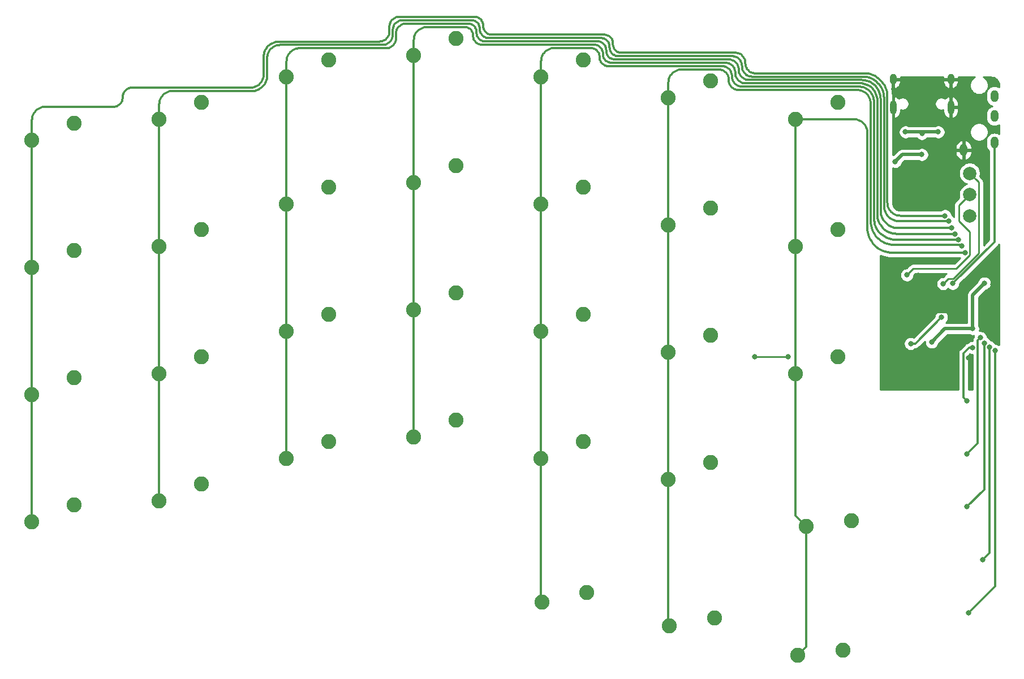
<source format=gbr>
G04 #@! TF.GenerationSoftware,KiCad,Pcbnew,(5.1.4-0)*
G04 #@! TF.CreationDate,2020-11-23T17:37:14+01:00*
G04 #@! TF.ProjectId,stm32split,73746d33-3273-4706-9c69-742e6b696361,rev?*
G04 #@! TF.SameCoordinates,Original*
G04 #@! TF.FileFunction,Copper,L2,Bot*
G04 #@! TF.FilePolarity,Positive*
%FSLAX46Y46*%
G04 Gerber Fmt 4.6, Leading zero omitted, Abs format (unit mm)*
G04 Created by KiCad (PCBNEW (5.1.4-0)) date 2020-11-23 17:37:14*
%MOMM*%
%LPD*%
G04 APERTURE LIST*
%ADD10C,2.000000*%
%ADD11O,1.200000X1.800000*%
%ADD12O,1.000000X2.100000*%
%ADD13O,1.000000X1.600000*%
%ADD14C,2.250000*%
%ADD15C,0.800000*%
%ADD16C,0.300000*%
%ADD17C,0.250000*%
%ADD18C,0.500000*%
%ADD19C,0.254000*%
G04 APERTURE END LIST*
D10*
X198437500Y-100806250D03*
X198437500Y-97631250D03*
X198437500Y-94456250D03*
D11*
X197540000Y-90980000D03*
X202140000Y-89880000D03*
X202140000Y-85880000D03*
X202140000Y-82880000D03*
D12*
X195613750Y-84567500D03*
X186973750Y-84567500D03*
D13*
X195613750Y-80387500D03*
X186973750Y-80387500D03*
D14*
X179478252Y-165830497D03*
X172687223Y-166640448D03*
X160260686Y-161069106D03*
X153521353Y-162233362D03*
X141103544Y-157258243D03*
X134408949Y-158656989D03*
X180778252Y-146500497D03*
X173987223Y-147310448D03*
X159702500Y-137795000D03*
X153352500Y-140335000D03*
X140652500Y-134620000D03*
X134302500Y-137160000D03*
X121602500Y-131445000D03*
X115252500Y-133985000D03*
X102552500Y-134620000D03*
X96202500Y-137160000D03*
X83502500Y-140970000D03*
X77152500Y-143510000D03*
X64452500Y-144145000D03*
X58102500Y-146685000D03*
X178752500Y-121920000D03*
X172402500Y-124460000D03*
X159702500Y-118745000D03*
X153352500Y-121285000D03*
X140652500Y-115570000D03*
X134302500Y-118110000D03*
X121602500Y-112395000D03*
X115252500Y-114935000D03*
X102552500Y-115570000D03*
X96202500Y-118110000D03*
X83502500Y-121920000D03*
X77152500Y-124460000D03*
X64452500Y-125095000D03*
X58102500Y-127635000D03*
X178752500Y-102870000D03*
X172402500Y-105410000D03*
X159702500Y-99695000D03*
X153352500Y-102235000D03*
X140652500Y-96520000D03*
X134302500Y-99060000D03*
X121602500Y-93345000D03*
X115252500Y-95885000D03*
X102552500Y-96520000D03*
X96202500Y-99060000D03*
X83502500Y-102870000D03*
X77152500Y-105410000D03*
X64452500Y-106045000D03*
X58102500Y-108585000D03*
X178752500Y-83820000D03*
X172402500Y-86360000D03*
X159702500Y-80645000D03*
X153352500Y-83185000D03*
X140652500Y-77470000D03*
X134302500Y-80010000D03*
X121602500Y-74295000D03*
X115252500Y-76835000D03*
X102552500Y-77470000D03*
X96202500Y-80010000D03*
X83502500Y-83820000D03*
X77152500Y-86360000D03*
X64452500Y-86995000D03*
X58102500Y-89535000D03*
D15*
X198885332Y-120585198D03*
X198025000Y-128525000D03*
X166310071Y-121920000D03*
X171250000Y-121920000D03*
X194758750Y-100806250D03*
X195294593Y-101650569D03*
X195758750Y-102649640D03*
X196258750Y-103524703D03*
X196758750Y-104390729D03*
X200035331Y-119075331D03*
X198027500Y-136462500D03*
X200621019Y-119885870D03*
X198030000Y-144400000D03*
X201406458Y-120504813D03*
X200412500Y-152337500D03*
X202257723Y-121029552D03*
X198290000Y-160270000D03*
X197258750Y-105363676D03*
X197758750Y-106362500D03*
X187280000Y-92700000D03*
X191290000Y-91649998D03*
X191293750Y-88509996D03*
X193740000Y-88260000D03*
X188830000Y-88260000D03*
X198250000Y-122120000D03*
X192520000Y-110970000D03*
X197240000Y-112350000D03*
X192490000Y-115240000D03*
X195420000Y-115250000D03*
X201910000Y-111130000D03*
X190770000Y-109730000D03*
X192060000Y-94510000D03*
X187900000Y-111920000D03*
X186531250Y-116681250D03*
X189054791Y-109679791D03*
X194468750Y-111006250D03*
X192750000Y-119730000D03*
X200660000Y-110920000D03*
X198900000Y-117720000D03*
X194230000Y-116010000D03*
X189610000Y-119960000D03*
X195910000Y-110950000D03*
D16*
X197499999Y-127999999D02*
X198025000Y-128525000D01*
X197499999Y-121404846D02*
X197499999Y-127999999D01*
X198319647Y-120585198D02*
X197499999Y-121404846D01*
X198885332Y-120585198D02*
X198319647Y-120585198D01*
D17*
X166310071Y-121920000D02*
X171250000Y-121920000D01*
D16*
X58102500Y-127635000D02*
X58102500Y-146685000D01*
X58102500Y-108585000D02*
X58102500Y-110175990D01*
X58102500Y-110175990D02*
X58102500Y-127635000D01*
X58102500Y-89535000D02*
X58102500Y-91125990D01*
X58102500Y-91125990D02*
X58102500Y-108585000D01*
X182623740Y-79476830D02*
X182966799Y-79493683D01*
X182966799Y-79493683D02*
X183306556Y-79544081D01*
X183306556Y-79544081D02*
X183639736Y-79627538D01*
X183639736Y-79627538D02*
X183963132Y-79743251D01*
X183963132Y-79743251D02*
X184273628Y-79890105D01*
X184273628Y-79890105D02*
X184568235Y-80066686D01*
X184568235Y-80066686D02*
X184844116Y-80271293D01*
X184844116Y-80271293D02*
X185098613Y-80501956D01*
X185098613Y-80501956D02*
X185329276Y-80756453D01*
X185329276Y-80756453D02*
X185533883Y-81032334D01*
X185533883Y-81032334D02*
X185710464Y-81326941D01*
X185710464Y-81326941D02*
X185857318Y-81637437D01*
X185857318Y-81637437D02*
X185973031Y-81960833D01*
X185973031Y-81960833D02*
X186056488Y-82294013D01*
X186056488Y-82294013D02*
X186106886Y-82633770D01*
X186106886Y-82633770D02*
X186123740Y-82976830D01*
X163371482Y-76406984D02*
X163518507Y-76414206D01*
X163518507Y-76414206D02*
X163664117Y-76435806D01*
X163664117Y-76435806D02*
X163806909Y-76471573D01*
X163806909Y-76471573D02*
X163945507Y-76521164D01*
X163945507Y-76521164D02*
X164078577Y-76584102D01*
X164078577Y-76584102D02*
X164204837Y-76659779D01*
X164204837Y-76659779D02*
X164323071Y-76747468D01*
X164323071Y-76747468D02*
X164432142Y-76846323D01*
X164432142Y-76846323D02*
X164530997Y-76955394D01*
X164530997Y-76955394D02*
X164618686Y-77073628D01*
X164618686Y-77073628D02*
X164694363Y-77199888D01*
X164694363Y-77199888D02*
X164757301Y-77332958D01*
X164757301Y-77332958D02*
X164806892Y-77471556D01*
X164806892Y-77471556D02*
X164842659Y-77614348D01*
X164842659Y-77614348D02*
X164864259Y-77759958D01*
X164864259Y-77759958D02*
X164871482Y-77906984D01*
X166371482Y-79476830D02*
X182623740Y-79476830D01*
X166371482Y-79476830D02*
X166224456Y-79469607D01*
X166224456Y-79469607D02*
X166078846Y-79448007D01*
X166078846Y-79448007D02*
X165936054Y-79412240D01*
X165936054Y-79412240D02*
X165797456Y-79362649D01*
X165797456Y-79362649D02*
X165664386Y-79299711D01*
X165664386Y-79299711D02*
X165538126Y-79224034D01*
X165538126Y-79224034D02*
X165419892Y-79136345D01*
X165419892Y-79136345D02*
X165310821Y-79037490D01*
X165310821Y-79037490D02*
X165211966Y-78928419D01*
X165211966Y-78928419D02*
X165124277Y-78810185D01*
X165124277Y-78810185D02*
X165048600Y-78683925D01*
X165048600Y-78683925D02*
X164985662Y-78550855D01*
X164985662Y-78550855D02*
X164936071Y-78412257D01*
X164936071Y-78412257D02*
X164900304Y-78269465D01*
X164900304Y-78269465D02*
X164878704Y-78123855D01*
X164878704Y-78123855D02*
X164871482Y-77976830D01*
X164871482Y-77976830D02*
X164871482Y-77906984D01*
X188123740Y-100806250D02*
X194758750Y-100806250D01*
X188123740Y-100806250D02*
X187927705Y-100796619D01*
X187927705Y-100796619D02*
X187733559Y-100767820D01*
X187733559Y-100767820D02*
X187543170Y-100720130D01*
X187543170Y-100720130D02*
X187358373Y-100654009D01*
X187358373Y-100654009D02*
X187180946Y-100570092D01*
X187180946Y-100570092D02*
X187012599Y-100469189D01*
X187012599Y-100469189D02*
X186854953Y-100352270D01*
X186854953Y-100352270D02*
X186709526Y-100220463D01*
X186709526Y-100220463D02*
X186577719Y-100075036D01*
X186577719Y-100075036D02*
X186460800Y-99917390D01*
X186460800Y-99917390D02*
X186359897Y-99749043D01*
X186359897Y-99749043D02*
X186275980Y-99571616D01*
X186275980Y-99571616D02*
X186209859Y-99386819D01*
X186209859Y-99386819D02*
X186162169Y-99196430D01*
X186162169Y-99196430D02*
X186133370Y-99002284D01*
X186133370Y-99002284D02*
X186123740Y-98806250D01*
X186123740Y-98806250D02*
X186123740Y-82976830D01*
X143750040Y-73699103D02*
X143877462Y-73705362D01*
X143877462Y-73705362D02*
X144003657Y-73724082D01*
X144003657Y-73724082D02*
X144127410Y-73755080D01*
X144127410Y-73755080D02*
X144247528Y-73798059D01*
X144247528Y-73798059D02*
X144362855Y-73852605D01*
X144362855Y-73852605D02*
X144472281Y-73918192D01*
X144472281Y-73918192D02*
X144574751Y-73994189D01*
X144574751Y-73994189D02*
X144669278Y-74079864D01*
X144669278Y-74079864D02*
X144754953Y-74174391D01*
X144754953Y-74174391D02*
X144830950Y-74276861D01*
X144830950Y-74276861D02*
X144896537Y-74386287D01*
X144896537Y-74386287D02*
X144951083Y-74501614D01*
X144951083Y-74501614D02*
X144994062Y-74621732D01*
X144994062Y-74621732D02*
X145025060Y-74745485D01*
X145025060Y-74745485D02*
X145043780Y-74871680D01*
X145043780Y-74871680D02*
X145050040Y-74999103D01*
X146350040Y-76406984D02*
X163371482Y-76406984D01*
X146350040Y-76406984D02*
X146222617Y-76400724D01*
X146222617Y-76400724D02*
X146096422Y-76382004D01*
X146096422Y-76382004D02*
X145972669Y-76351006D01*
X145972669Y-76351006D02*
X145852551Y-76308027D01*
X145852551Y-76308027D02*
X145737224Y-76253481D01*
X145737224Y-76253481D02*
X145627798Y-76187894D01*
X145627798Y-76187894D02*
X145525328Y-76111897D01*
X145525328Y-76111897D02*
X145430801Y-76026222D01*
X145430801Y-76026222D02*
X145345126Y-75931695D01*
X145345126Y-75931695D02*
X145269129Y-75829225D01*
X145269129Y-75829225D02*
X145203542Y-75719799D01*
X145203542Y-75719799D02*
X145148996Y-75604472D01*
X145148996Y-75604472D02*
X145106017Y-75484354D01*
X145106017Y-75484354D02*
X145075019Y-75360601D01*
X145075019Y-75360601D02*
X145056299Y-75234406D01*
X145056299Y-75234406D02*
X145050040Y-75106984D01*
X145050040Y-75106984D02*
X145050040Y-74999103D01*
X125633898Y-72318760D02*
X125627638Y-72191337D01*
X125627638Y-72191337D02*
X125608918Y-72065142D01*
X125608918Y-72065142D02*
X125577920Y-71941389D01*
X125577920Y-71941389D02*
X125534941Y-71821271D01*
X125534941Y-71821271D02*
X125480395Y-71705944D01*
X125480395Y-71705944D02*
X125414808Y-71596518D01*
X125414808Y-71596518D02*
X125338811Y-71494048D01*
X125338811Y-71494048D02*
X125253136Y-71399521D01*
X125253136Y-71399521D02*
X125158609Y-71313846D01*
X125158609Y-71313846D02*
X125056139Y-71237849D01*
X125056139Y-71237849D02*
X124946713Y-71172262D01*
X124946713Y-71172262D02*
X124831386Y-71117716D01*
X124831386Y-71117716D02*
X124711268Y-71074737D01*
X124711268Y-71074737D02*
X124587515Y-71043739D01*
X124587515Y-71043739D02*
X124461320Y-71025019D01*
X124461320Y-71025019D02*
X124333898Y-71018760D01*
X126933898Y-73699103D02*
X143750040Y-73699103D01*
X126933898Y-73699103D02*
X126806475Y-73692843D01*
X126806475Y-73692843D02*
X126680280Y-73674123D01*
X126680280Y-73674123D02*
X126556527Y-73643125D01*
X126556527Y-73643125D02*
X126436409Y-73600146D01*
X126436409Y-73600146D02*
X126321082Y-73545600D01*
X126321082Y-73545600D02*
X126211656Y-73480013D01*
X126211656Y-73480013D02*
X126109186Y-73404016D01*
X126109186Y-73404016D02*
X126014659Y-73318341D01*
X126014659Y-73318341D02*
X125928984Y-73223814D01*
X125928984Y-73223814D02*
X125852987Y-73121344D01*
X125852987Y-73121344D02*
X125787400Y-73011918D01*
X125787400Y-73011918D02*
X125732854Y-72896591D01*
X125732854Y-72896591D02*
X125689875Y-72776473D01*
X125689875Y-72776473D02*
X125658877Y-72652720D01*
X125658877Y-72652720D02*
X125640157Y-72526525D01*
X125640157Y-72526525D02*
X125633898Y-72399103D01*
X125633898Y-72399103D02*
X125633898Y-72318760D01*
X111601200Y-72518760D02*
X111608422Y-72371734D01*
X111608422Y-72371734D02*
X111630022Y-72226124D01*
X111630022Y-72226124D02*
X111665789Y-72083332D01*
X111665789Y-72083332D02*
X111715380Y-71944734D01*
X111715380Y-71944734D02*
X111778318Y-71811664D01*
X111778318Y-71811664D02*
X111853995Y-71685404D01*
X111853995Y-71685404D02*
X111941684Y-71567170D01*
X111941684Y-71567170D02*
X112040539Y-71458099D01*
X112040539Y-71458099D02*
X112149610Y-71359244D01*
X112149610Y-71359244D02*
X112267844Y-71271555D01*
X112267844Y-71271555D02*
X112394104Y-71195878D01*
X112394104Y-71195878D02*
X112527174Y-71132940D01*
X112527174Y-71132940D02*
X112665772Y-71083349D01*
X112665772Y-71083349D02*
X112808564Y-71047582D01*
X112808564Y-71047582D02*
X112954174Y-71025982D01*
X112954174Y-71025982D02*
X113101200Y-71018760D01*
X113101200Y-71018760D02*
X124333898Y-71018760D01*
X110101200Y-74728980D02*
X110248225Y-74721757D01*
X110248225Y-74721757D02*
X110393835Y-74700157D01*
X110393835Y-74700157D02*
X110536627Y-74664390D01*
X110536627Y-74664390D02*
X110675225Y-74614799D01*
X110675225Y-74614799D02*
X110808295Y-74551861D01*
X110808295Y-74551861D02*
X110934555Y-74476184D01*
X110934555Y-74476184D02*
X111052789Y-74388495D01*
X111052789Y-74388495D02*
X111161860Y-74289640D01*
X111161860Y-74289640D02*
X111260715Y-74180569D01*
X111260715Y-74180569D02*
X111348404Y-74062335D01*
X111348404Y-74062335D02*
X111424081Y-73936075D01*
X111424081Y-73936075D02*
X111487019Y-73803005D01*
X111487019Y-73803005D02*
X111536610Y-73664407D01*
X111536610Y-73664407D02*
X111572377Y-73521615D01*
X111572377Y-73521615D02*
X111593977Y-73376005D01*
X111593977Y-73376005D02*
X111601200Y-73228980D01*
X111601200Y-73228980D02*
X111601200Y-72518760D01*
X58102500Y-86507500D02*
X58102500Y-89535000D01*
X58102500Y-86507500D02*
X58112130Y-86311465D01*
X58112130Y-86311465D02*
X58140929Y-86117319D01*
X58140929Y-86117319D02*
X58188619Y-85926930D01*
X58188619Y-85926930D02*
X58254740Y-85742133D01*
X58254740Y-85742133D02*
X58338657Y-85564706D01*
X58338657Y-85564706D02*
X58439560Y-85396359D01*
X58439560Y-85396359D02*
X58556479Y-85238713D01*
X58556479Y-85238713D02*
X58688286Y-85093286D01*
X58688286Y-85093286D02*
X58833713Y-84961479D01*
X58833713Y-84961479D02*
X58991359Y-84844560D01*
X58991359Y-84844560D02*
X59159706Y-84743657D01*
X59159706Y-84743657D02*
X59337133Y-84659740D01*
X59337133Y-84659740D02*
X59521930Y-84593619D01*
X59521930Y-84593619D02*
X59712319Y-84545929D01*
X59712319Y-84545929D02*
X59906465Y-84517130D01*
X59906465Y-84517130D02*
X60102500Y-84507500D01*
X71682500Y-83107500D02*
X71675758Y-83244723D01*
X71675758Y-83244723D02*
X71655599Y-83380626D01*
X71655599Y-83380626D02*
X71622216Y-83513898D01*
X71622216Y-83513898D02*
X71575931Y-83643256D01*
X71575931Y-83643256D02*
X71517189Y-83767455D01*
X71517189Y-83767455D02*
X71446557Y-83885298D01*
X71446557Y-83885298D02*
X71364714Y-83995650D01*
X71364714Y-83995650D02*
X71272449Y-84097449D01*
X71272449Y-84097449D02*
X71170650Y-84189714D01*
X71170650Y-84189714D02*
X71060298Y-84271557D01*
X71060298Y-84271557D02*
X70942455Y-84342189D01*
X70942455Y-84342189D02*
X70818256Y-84400931D01*
X70818256Y-84400931D02*
X70688898Y-84447216D01*
X70688898Y-84447216D02*
X70555626Y-84480599D01*
X70555626Y-84480599D02*
X70419723Y-84500758D01*
X70419723Y-84500758D02*
X70282500Y-84507500D01*
X70282500Y-84507500D02*
X60102500Y-84507500D01*
X73082500Y-81637490D02*
X72945276Y-81644231D01*
X72945276Y-81644231D02*
X72809373Y-81664390D01*
X72809373Y-81664390D02*
X72676101Y-81697773D01*
X72676101Y-81697773D02*
X72546743Y-81744058D01*
X72546743Y-81744058D02*
X72422544Y-81802800D01*
X72422544Y-81802800D02*
X72304701Y-81873432D01*
X72304701Y-81873432D02*
X72194349Y-81955275D01*
X72194349Y-81955275D02*
X72092550Y-82047540D01*
X72092550Y-82047540D02*
X72000285Y-82149339D01*
X72000285Y-82149339D02*
X71918442Y-82259691D01*
X71918442Y-82259691D02*
X71847810Y-82377534D01*
X71847810Y-82377534D02*
X71789068Y-82501733D01*
X71789068Y-82501733D02*
X71742783Y-82631091D01*
X71742783Y-82631091D02*
X71709400Y-82764363D01*
X71709400Y-82764363D02*
X71689241Y-82900266D01*
X71689241Y-82900266D02*
X71682500Y-83037490D01*
X71682500Y-83037490D02*
X71682500Y-83107500D01*
X92799990Y-77028980D02*
X92811065Y-76803540D01*
X92811065Y-76803540D02*
X92844183Y-76580272D01*
X92844183Y-76580272D02*
X92899027Y-76361325D01*
X92899027Y-76361325D02*
X92975067Y-76148808D01*
X92975067Y-76148808D02*
X93071571Y-75944767D01*
X93071571Y-75944767D02*
X93187609Y-75751168D01*
X93187609Y-75751168D02*
X93322065Y-75569875D01*
X93322065Y-75569875D02*
X93473644Y-75402634D01*
X93473644Y-75402634D02*
X93640885Y-75251055D01*
X93640885Y-75251055D02*
X93822178Y-75116599D01*
X93822178Y-75116599D02*
X94015777Y-75000561D01*
X94015777Y-75000561D02*
X94219818Y-74904057D01*
X94219818Y-74904057D02*
X94432335Y-74828017D01*
X94432335Y-74828017D02*
X94651282Y-74773173D01*
X94651282Y-74773173D02*
X94874550Y-74740055D01*
X94874550Y-74740055D02*
X95099990Y-74728980D01*
X95099990Y-74728980D02*
X110101200Y-74728980D01*
X90799990Y-81637490D02*
X73082500Y-81637490D01*
X90799990Y-81637490D02*
X90996024Y-81627859D01*
X90996024Y-81627859D02*
X91190170Y-81599060D01*
X91190170Y-81599060D02*
X91380559Y-81551370D01*
X91380559Y-81551370D02*
X91565356Y-81485249D01*
X91565356Y-81485249D02*
X91742783Y-81401332D01*
X91742783Y-81401332D02*
X91911130Y-81300429D01*
X91911130Y-81300429D02*
X92068776Y-81183510D01*
X92068776Y-81183510D02*
X92214203Y-81051703D01*
X92214203Y-81051703D02*
X92346010Y-80906276D01*
X92346010Y-80906276D02*
X92462929Y-80748630D01*
X92462929Y-80748630D02*
X92563832Y-80580283D01*
X92563832Y-80580283D02*
X92647749Y-80402856D01*
X92647749Y-80402856D02*
X92713870Y-80218059D01*
X92713870Y-80218059D02*
X92761560Y-80027670D01*
X92761560Y-80027670D02*
X92790359Y-79833524D01*
X92790359Y-79833524D02*
X92799990Y-79637490D01*
X92799990Y-79637490D02*
X92799990Y-77028980D01*
X77152500Y-124460000D02*
X77152500Y-143510000D01*
X77152500Y-105410000D02*
X77152500Y-124460000D01*
X77152500Y-86360000D02*
X77152500Y-87950990D01*
X77152500Y-87950990D02*
X77152500Y-105410000D01*
X182423730Y-79976840D02*
X182737384Y-79992248D01*
X182737384Y-79992248D02*
X183048019Y-80038327D01*
X183048019Y-80038327D02*
X183352640Y-80114630D01*
X183352640Y-80114630D02*
X183648316Y-80220425D01*
X183648316Y-80220425D02*
X183932199Y-80354691D01*
X183932199Y-80354691D02*
X184201554Y-80516137D01*
X184201554Y-80516137D02*
X184453788Y-80703206D01*
X184453788Y-80703206D02*
X184686471Y-80914098D01*
X184686471Y-80914098D02*
X184897363Y-81146781D01*
X184897363Y-81146781D02*
X185084432Y-81399015D01*
X185084432Y-81399015D02*
X185245878Y-81668370D01*
X185245878Y-81668370D02*
X185380144Y-81952253D01*
X185380144Y-81952253D02*
X185485939Y-82247929D01*
X185485939Y-82247929D02*
X185562242Y-82552550D01*
X185562242Y-82552550D02*
X185608321Y-82863185D01*
X185608321Y-82863185D02*
X185623730Y-83176840D01*
X162871472Y-76906992D02*
X163018497Y-76914214D01*
X163018497Y-76914214D02*
X163164107Y-76935814D01*
X163164107Y-76935814D02*
X163306899Y-76971581D01*
X163306899Y-76971581D02*
X163445497Y-77021172D01*
X163445497Y-77021172D02*
X163578567Y-77084110D01*
X163578567Y-77084110D02*
X163704827Y-77159787D01*
X163704827Y-77159787D02*
X163823061Y-77247476D01*
X163823061Y-77247476D02*
X163932132Y-77346331D01*
X163932132Y-77346331D02*
X164030987Y-77455402D01*
X164030987Y-77455402D02*
X164118676Y-77573636D01*
X164118676Y-77573636D02*
X164194353Y-77699896D01*
X164194353Y-77699896D02*
X164257291Y-77832966D01*
X164257291Y-77832966D02*
X164306882Y-77971564D01*
X164306882Y-77971564D02*
X164342649Y-78114356D01*
X164342649Y-78114356D02*
X164364249Y-78259966D01*
X164364249Y-78259966D02*
X164371472Y-78406992D01*
X165871472Y-79976840D02*
X182423730Y-79976840D01*
X165871472Y-79976840D02*
X165724446Y-79969617D01*
X165724446Y-79969617D02*
X165578836Y-79948017D01*
X165578836Y-79948017D02*
X165436044Y-79912250D01*
X165436044Y-79912250D02*
X165297446Y-79862659D01*
X165297446Y-79862659D02*
X165164376Y-79799721D01*
X165164376Y-79799721D02*
X165038116Y-79724044D01*
X165038116Y-79724044D02*
X164919882Y-79636355D01*
X164919882Y-79636355D02*
X164810811Y-79537500D01*
X164810811Y-79537500D02*
X164711956Y-79428429D01*
X164711956Y-79428429D02*
X164624267Y-79310195D01*
X164624267Y-79310195D02*
X164548590Y-79183935D01*
X164548590Y-79183935D02*
X164485652Y-79050865D01*
X164485652Y-79050865D02*
X164436061Y-78912267D01*
X164436061Y-78912267D02*
X164400294Y-78769475D01*
X164400294Y-78769475D02*
X164378694Y-78623865D01*
X164378694Y-78623865D02*
X164371472Y-78476840D01*
X164371472Y-78476840D02*
X164371472Y-78406992D01*
X187923730Y-101650569D02*
X195294593Y-101650569D01*
X187923730Y-101650569D02*
X187698290Y-101639493D01*
X187698290Y-101639493D02*
X187475022Y-101606375D01*
X187475022Y-101606375D02*
X187256075Y-101551531D01*
X187256075Y-101551531D02*
X187043558Y-101475491D01*
X187043558Y-101475491D02*
X186839517Y-101378987D01*
X186839517Y-101378987D02*
X186645918Y-101262949D01*
X186645918Y-101262949D02*
X186464625Y-101128493D01*
X186464625Y-101128493D02*
X186297384Y-100976914D01*
X186297384Y-100976914D02*
X186145805Y-100809673D01*
X186145805Y-100809673D02*
X186011349Y-100628380D01*
X186011349Y-100628380D02*
X185895311Y-100434781D01*
X185895311Y-100434781D02*
X185798807Y-100230740D01*
X185798807Y-100230740D02*
X185722767Y-100018223D01*
X185722767Y-100018223D02*
X185667923Y-99799276D01*
X185667923Y-99799276D02*
X185634805Y-99576008D01*
X185634805Y-99576008D02*
X185623730Y-99350569D01*
X185623730Y-99350569D02*
X185623730Y-83176840D01*
X143250030Y-74199113D02*
X143377452Y-74205372D01*
X143377452Y-74205372D02*
X143503647Y-74224092D01*
X143503647Y-74224092D02*
X143627400Y-74255090D01*
X143627400Y-74255090D02*
X143747518Y-74298069D01*
X143747518Y-74298069D02*
X143862845Y-74352615D01*
X143862845Y-74352615D02*
X143972271Y-74418202D01*
X143972271Y-74418202D02*
X144074741Y-74494199D01*
X144074741Y-74494199D02*
X144169268Y-74579874D01*
X144169268Y-74579874D02*
X144254943Y-74674401D01*
X144254943Y-74674401D02*
X144330940Y-74776871D01*
X144330940Y-74776871D02*
X144396527Y-74886297D01*
X144396527Y-74886297D02*
X144451073Y-75001624D01*
X144451073Y-75001624D02*
X144494052Y-75121742D01*
X144494052Y-75121742D02*
X144525050Y-75245495D01*
X144525050Y-75245495D02*
X144543770Y-75371690D01*
X144543770Y-75371690D02*
X144550030Y-75499113D01*
X145850030Y-76906992D02*
X162871472Y-76906992D01*
X145850030Y-76906992D02*
X145722607Y-76900732D01*
X145722607Y-76900732D02*
X145596412Y-76882012D01*
X145596412Y-76882012D02*
X145472659Y-76851014D01*
X145472659Y-76851014D02*
X145352541Y-76808035D01*
X145352541Y-76808035D02*
X145237214Y-76753489D01*
X145237214Y-76753489D02*
X145127788Y-76687902D01*
X145127788Y-76687902D02*
X145025318Y-76611905D01*
X145025318Y-76611905D02*
X144930791Y-76526230D01*
X144930791Y-76526230D02*
X144845116Y-76431703D01*
X144845116Y-76431703D02*
X144769119Y-76329233D01*
X144769119Y-76329233D02*
X144703532Y-76219807D01*
X144703532Y-76219807D02*
X144648986Y-76104480D01*
X144648986Y-76104480D02*
X144606007Y-75984362D01*
X144606007Y-75984362D02*
X144575009Y-75860609D01*
X144575009Y-75860609D02*
X144556289Y-75734414D01*
X144556289Y-75734414D02*
X144550030Y-75606992D01*
X144550030Y-75606992D02*
X144550030Y-75499113D01*
X125133888Y-72818770D02*
X125127628Y-72691347D01*
X125127628Y-72691347D02*
X125108908Y-72565152D01*
X125108908Y-72565152D02*
X125077910Y-72441399D01*
X125077910Y-72441399D02*
X125034931Y-72321281D01*
X125034931Y-72321281D02*
X124980385Y-72205954D01*
X124980385Y-72205954D02*
X124914798Y-72096528D01*
X124914798Y-72096528D02*
X124838801Y-71994058D01*
X124838801Y-71994058D02*
X124753126Y-71899531D01*
X124753126Y-71899531D02*
X124658599Y-71813856D01*
X124658599Y-71813856D02*
X124556129Y-71737859D01*
X124556129Y-71737859D02*
X124446703Y-71672272D01*
X124446703Y-71672272D02*
X124331376Y-71617726D01*
X124331376Y-71617726D02*
X124211258Y-71574747D01*
X124211258Y-71574747D02*
X124087505Y-71543749D01*
X124087505Y-71543749D02*
X123961310Y-71525029D01*
X123961310Y-71525029D02*
X123833888Y-71518770D01*
X126433888Y-74199113D02*
X143250030Y-74199113D01*
X126433888Y-74199113D02*
X126306465Y-74192853D01*
X126306465Y-74192853D02*
X126180270Y-74174133D01*
X126180270Y-74174133D02*
X126056517Y-74143135D01*
X126056517Y-74143135D02*
X125936399Y-74100156D01*
X125936399Y-74100156D02*
X125821072Y-74045610D01*
X125821072Y-74045610D02*
X125711646Y-73980023D01*
X125711646Y-73980023D02*
X125609176Y-73904026D01*
X125609176Y-73904026D02*
X125514649Y-73818351D01*
X125514649Y-73818351D02*
X125428974Y-73723824D01*
X125428974Y-73723824D02*
X125352977Y-73621354D01*
X125352977Y-73621354D02*
X125287390Y-73511928D01*
X125287390Y-73511928D02*
X125232844Y-73396601D01*
X125232844Y-73396601D02*
X125189865Y-73276483D01*
X125189865Y-73276483D02*
X125158867Y-73152730D01*
X125158867Y-73152730D02*
X125140147Y-73026535D01*
X125140147Y-73026535D02*
X125133888Y-72899113D01*
X125133888Y-72899113D02*
X125133888Y-72818770D01*
X112101210Y-73018770D02*
X112108432Y-72871744D01*
X112108432Y-72871744D02*
X112130032Y-72726134D01*
X112130032Y-72726134D02*
X112165799Y-72583342D01*
X112165799Y-72583342D02*
X112215390Y-72444744D01*
X112215390Y-72444744D02*
X112278328Y-72311674D01*
X112278328Y-72311674D02*
X112354005Y-72185414D01*
X112354005Y-72185414D02*
X112441694Y-72067180D01*
X112441694Y-72067180D02*
X112540549Y-71958109D01*
X112540549Y-71958109D02*
X112649620Y-71859254D01*
X112649620Y-71859254D02*
X112767854Y-71771565D01*
X112767854Y-71771565D02*
X112894114Y-71695888D01*
X112894114Y-71695888D02*
X113027184Y-71632950D01*
X113027184Y-71632950D02*
X113165782Y-71583359D01*
X113165782Y-71583359D02*
X113308574Y-71547592D01*
X113308574Y-71547592D02*
X113454184Y-71525992D01*
X113454184Y-71525992D02*
X113601210Y-71518770D01*
X113601210Y-71518770D02*
X123833888Y-71518770D01*
X110601210Y-75228990D02*
X110748235Y-75221767D01*
X110748235Y-75221767D02*
X110893845Y-75200167D01*
X110893845Y-75200167D02*
X111036637Y-75164400D01*
X111036637Y-75164400D02*
X111175235Y-75114809D01*
X111175235Y-75114809D02*
X111308305Y-75051871D01*
X111308305Y-75051871D02*
X111434565Y-74976194D01*
X111434565Y-74976194D02*
X111552799Y-74888505D01*
X111552799Y-74888505D02*
X111661870Y-74789650D01*
X111661870Y-74789650D02*
X111760725Y-74680579D01*
X111760725Y-74680579D02*
X111848414Y-74562345D01*
X111848414Y-74562345D02*
X111924091Y-74436085D01*
X111924091Y-74436085D02*
X111987029Y-74303015D01*
X111987029Y-74303015D02*
X112036620Y-74164417D01*
X112036620Y-74164417D02*
X112072387Y-74021625D01*
X112072387Y-74021625D02*
X112093987Y-73876015D01*
X112093987Y-73876015D02*
X112101210Y-73728990D01*
X112101210Y-73728990D02*
X112101210Y-73018770D01*
X77152500Y-84137500D02*
X77152500Y-86360000D01*
X77152500Y-84137500D02*
X77162130Y-83941465D01*
X77162130Y-83941465D02*
X77190929Y-83747319D01*
X77190929Y-83747319D02*
X77238619Y-83556930D01*
X77238619Y-83556930D02*
X77304740Y-83372133D01*
X77304740Y-83372133D02*
X77388657Y-83194706D01*
X77388657Y-83194706D02*
X77489560Y-83026359D01*
X77489560Y-83026359D02*
X77606479Y-82868713D01*
X77606479Y-82868713D02*
X77738286Y-82723286D01*
X77738286Y-82723286D02*
X77883713Y-82591479D01*
X77883713Y-82591479D02*
X78041359Y-82474560D01*
X78041359Y-82474560D02*
X78209706Y-82373657D01*
X78209706Y-82373657D02*
X78387133Y-82289740D01*
X78387133Y-82289740D02*
X78571930Y-82223619D01*
X78571930Y-82223619D02*
X78762319Y-82175929D01*
X78762319Y-82175929D02*
X78956465Y-82147130D01*
X78956465Y-82147130D02*
X79152500Y-82137500D01*
X93300000Y-77228990D02*
X93309630Y-77032955D01*
X93309630Y-77032955D02*
X93338429Y-76838809D01*
X93338429Y-76838809D02*
X93386119Y-76648420D01*
X93386119Y-76648420D02*
X93452240Y-76463623D01*
X93452240Y-76463623D02*
X93536157Y-76286196D01*
X93536157Y-76286196D02*
X93637060Y-76117849D01*
X93637060Y-76117849D02*
X93753979Y-75960203D01*
X93753979Y-75960203D02*
X93885786Y-75814776D01*
X93885786Y-75814776D02*
X94031213Y-75682969D01*
X94031213Y-75682969D02*
X94188859Y-75566050D01*
X94188859Y-75566050D02*
X94357206Y-75465147D01*
X94357206Y-75465147D02*
X94534633Y-75381230D01*
X94534633Y-75381230D02*
X94719430Y-75315109D01*
X94719430Y-75315109D02*
X94909819Y-75267419D01*
X94909819Y-75267419D02*
X95103965Y-75238620D01*
X95103965Y-75238620D02*
X95300000Y-75228990D01*
X95300000Y-75228990D02*
X110601210Y-75228990D01*
X91000000Y-82137500D02*
X79152500Y-82137500D01*
X91000000Y-82137500D02*
X91225439Y-82126424D01*
X91225439Y-82126424D02*
X91448707Y-82093306D01*
X91448707Y-82093306D02*
X91667654Y-82038462D01*
X91667654Y-82038462D02*
X91880171Y-81962422D01*
X91880171Y-81962422D02*
X92084212Y-81865918D01*
X92084212Y-81865918D02*
X92277811Y-81749880D01*
X92277811Y-81749880D02*
X92459104Y-81615424D01*
X92459104Y-81615424D02*
X92626345Y-81463845D01*
X92626345Y-81463845D02*
X92777924Y-81296604D01*
X92777924Y-81296604D02*
X92912380Y-81115311D01*
X92912380Y-81115311D02*
X93028418Y-80921712D01*
X93028418Y-80921712D02*
X93124922Y-80717671D01*
X93124922Y-80717671D02*
X93200962Y-80505154D01*
X93200962Y-80505154D02*
X93255806Y-80286207D01*
X93255806Y-80286207D02*
X93288924Y-80062939D01*
X93288924Y-80062939D02*
X93300000Y-79837500D01*
X93300000Y-79837500D02*
X93300000Y-77228990D01*
X96202500Y-80010000D02*
X96202500Y-81600990D01*
X96202500Y-81600990D02*
X96202500Y-99060000D01*
X96202500Y-118110000D02*
X96202500Y-99060000D01*
X96202500Y-137160000D02*
X96202500Y-118110000D01*
X185123720Y-83376850D02*
X185109755Y-83092600D01*
X185109755Y-83092600D02*
X185067997Y-82811088D01*
X185067997Y-82811088D02*
X184998846Y-82535024D01*
X184998846Y-82535024D02*
X184902970Y-82267068D01*
X184902970Y-82267068D02*
X184781291Y-82009799D01*
X184781291Y-82009799D02*
X184634981Y-81765696D01*
X184634981Y-81765696D02*
X184465450Y-81537109D01*
X184465450Y-81537109D02*
X184274329Y-81326240D01*
X184274329Y-81326240D02*
X184063460Y-81135119D01*
X184063460Y-81135119D02*
X183834873Y-80965588D01*
X183834873Y-80965588D02*
X183590770Y-80819278D01*
X183590770Y-80819278D02*
X183333501Y-80697599D01*
X183333501Y-80697599D02*
X183065545Y-80601723D01*
X183065545Y-80601723D02*
X182789481Y-80532572D01*
X182789481Y-80532572D02*
X182507969Y-80490814D01*
X182507969Y-80490814D02*
X182223720Y-80476850D01*
X162371462Y-77407002D02*
X162518487Y-77414224D01*
X162518487Y-77414224D02*
X162664097Y-77435824D01*
X162664097Y-77435824D02*
X162806889Y-77471591D01*
X162806889Y-77471591D02*
X162945487Y-77521182D01*
X162945487Y-77521182D02*
X163078557Y-77584120D01*
X163078557Y-77584120D02*
X163204817Y-77659797D01*
X163204817Y-77659797D02*
X163323051Y-77747486D01*
X163323051Y-77747486D02*
X163432122Y-77846341D01*
X163432122Y-77846341D02*
X163530977Y-77955412D01*
X163530977Y-77955412D02*
X163618666Y-78073646D01*
X163618666Y-78073646D02*
X163694343Y-78199906D01*
X163694343Y-78199906D02*
X163757281Y-78332976D01*
X163757281Y-78332976D02*
X163806872Y-78471574D01*
X163806872Y-78471574D02*
X163842639Y-78614366D01*
X163842639Y-78614366D02*
X163864239Y-78759976D01*
X163864239Y-78759976D02*
X163871462Y-78907002D01*
X165371462Y-80476850D02*
X182223720Y-80476850D01*
X165371462Y-80476850D02*
X165224436Y-80469627D01*
X165224436Y-80469627D02*
X165078826Y-80448027D01*
X165078826Y-80448027D02*
X164936034Y-80412260D01*
X164936034Y-80412260D02*
X164797436Y-80362669D01*
X164797436Y-80362669D02*
X164664366Y-80299731D01*
X164664366Y-80299731D02*
X164538106Y-80224054D01*
X164538106Y-80224054D02*
X164419872Y-80136365D01*
X164419872Y-80136365D02*
X164310801Y-80037510D01*
X164310801Y-80037510D02*
X164211946Y-79928439D01*
X164211946Y-79928439D02*
X164124257Y-79810205D01*
X164124257Y-79810205D02*
X164048580Y-79683945D01*
X164048580Y-79683945D02*
X163985642Y-79550875D01*
X163985642Y-79550875D02*
X163936051Y-79412277D01*
X163936051Y-79412277D02*
X163900284Y-79269485D01*
X163900284Y-79269485D02*
X163878684Y-79123875D01*
X163878684Y-79123875D02*
X163871462Y-78976850D01*
X163871462Y-78976850D02*
X163871462Y-78907002D01*
X187723720Y-102649640D02*
X195758750Y-102649640D01*
X187723720Y-102649640D02*
X187468875Y-102637120D01*
X187468875Y-102637120D02*
X187216485Y-102599681D01*
X187216485Y-102599681D02*
X186968979Y-102537684D01*
X186968979Y-102537684D02*
X186728743Y-102451726D01*
X186728743Y-102451726D02*
X186498088Y-102342635D01*
X186498088Y-102342635D02*
X186279237Y-102211460D01*
X186279237Y-102211460D02*
X186074297Y-102059467D01*
X186074297Y-102059467D02*
X185885242Y-101888117D01*
X185885242Y-101888117D02*
X185713892Y-101699062D01*
X185713892Y-101699062D02*
X185561899Y-101494122D01*
X185561899Y-101494122D02*
X185430724Y-101275271D01*
X185430724Y-101275271D02*
X185321633Y-101044616D01*
X185321633Y-101044616D02*
X185235675Y-100804380D01*
X185235675Y-100804380D02*
X185173678Y-100556874D01*
X185173678Y-100556874D02*
X185136239Y-100304484D01*
X185136239Y-100304484D02*
X185123720Y-100049640D01*
X185123720Y-100049640D02*
X185123720Y-83376850D01*
X142750020Y-74699123D02*
X142877442Y-74705382D01*
X142877442Y-74705382D02*
X143003637Y-74724102D01*
X143003637Y-74724102D02*
X143127390Y-74755100D01*
X143127390Y-74755100D02*
X143247508Y-74798079D01*
X143247508Y-74798079D02*
X143362835Y-74852625D01*
X143362835Y-74852625D02*
X143472261Y-74918212D01*
X143472261Y-74918212D02*
X143574731Y-74994209D01*
X143574731Y-74994209D02*
X143669258Y-75079884D01*
X143669258Y-75079884D02*
X143754933Y-75174411D01*
X143754933Y-75174411D02*
X143830930Y-75276881D01*
X143830930Y-75276881D02*
X143896517Y-75386307D01*
X143896517Y-75386307D02*
X143951063Y-75501634D01*
X143951063Y-75501634D02*
X143994042Y-75621752D01*
X143994042Y-75621752D02*
X144025040Y-75745505D01*
X144025040Y-75745505D02*
X144043760Y-75871700D01*
X144043760Y-75871700D02*
X144050020Y-75999123D01*
X145350020Y-77407002D02*
X162371462Y-77407002D01*
X145350020Y-77407002D02*
X145222597Y-77400742D01*
X145222597Y-77400742D02*
X145096402Y-77382022D01*
X145096402Y-77382022D02*
X144972649Y-77351024D01*
X144972649Y-77351024D02*
X144852531Y-77308045D01*
X144852531Y-77308045D02*
X144737204Y-77253499D01*
X144737204Y-77253499D02*
X144627778Y-77187912D01*
X144627778Y-77187912D02*
X144525308Y-77111915D01*
X144525308Y-77111915D02*
X144430781Y-77026240D01*
X144430781Y-77026240D02*
X144345106Y-76931713D01*
X144345106Y-76931713D02*
X144269109Y-76829243D01*
X144269109Y-76829243D02*
X144203522Y-76719817D01*
X144203522Y-76719817D02*
X144148976Y-76604490D01*
X144148976Y-76604490D02*
X144105997Y-76484372D01*
X144105997Y-76484372D02*
X144074999Y-76360619D01*
X144074999Y-76360619D02*
X144056279Y-76234424D01*
X144056279Y-76234424D02*
X144050020Y-76107002D01*
X144050020Y-76107002D02*
X144050020Y-75999123D01*
X124633878Y-73318780D02*
X124627618Y-73191357D01*
X124627618Y-73191357D02*
X124608898Y-73065162D01*
X124608898Y-73065162D02*
X124577900Y-72941409D01*
X124577900Y-72941409D02*
X124534921Y-72821291D01*
X124534921Y-72821291D02*
X124480375Y-72705964D01*
X124480375Y-72705964D02*
X124414788Y-72596538D01*
X124414788Y-72596538D02*
X124338791Y-72494068D01*
X124338791Y-72494068D02*
X124253116Y-72399541D01*
X124253116Y-72399541D02*
X124158589Y-72313866D01*
X124158589Y-72313866D02*
X124056119Y-72237869D01*
X124056119Y-72237869D02*
X123946693Y-72172282D01*
X123946693Y-72172282D02*
X123831366Y-72117736D01*
X123831366Y-72117736D02*
X123711248Y-72074757D01*
X123711248Y-72074757D02*
X123587495Y-72043759D01*
X123587495Y-72043759D02*
X123461300Y-72025039D01*
X123461300Y-72025039D02*
X123333878Y-72018780D01*
X125933878Y-74699123D02*
X142750020Y-74699123D01*
X125933878Y-74699123D02*
X125806455Y-74692863D01*
X125806455Y-74692863D02*
X125680260Y-74674143D01*
X125680260Y-74674143D02*
X125556507Y-74643145D01*
X125556507Y-74643145D02*
X125436389Y-74600166D01*
X125436389Y-74600166D02*
X125321062Y-74545620D01*
X125321062Y-74545620D02*
X125211636Y-74480033D01*
X125211636Y-74480033D02*
X125109166Y-74404036D01*
X125109166Y-74404036D02*
X125014639Y-74318361D01*
X125014639Y-74318361D02*
X124928964Y-74223834D01*
X124928964Y-74223834D02*
X124852967Y-74121364D01*
X124852967Y-74121364D02*
X124787380Y-74011938D01*
X124787380Y-74011938D02*
X124732834Y-73896611D01*
X124732834Y-73896611D02*
X124689855Y-73776493D01*
X124689855Y-73776493D02*
X124658857Y-73652740D01*
X124658857Y-73652740D02*
X124640137Y-73526545D01*
X124640137Y-73526545D02*
X124633878Y-73399123D01*
X124633878Y-73399123D02*
X124633878Y-73318780D01*
X112601220Y-73518780D02*
X112608442Y-73371754D01*
X112608442Y-73371754D02*
X112630042Y-73226144D01*
X112630042Y-73226144D02*
X112665809Y-73083352D01*
X112665809Y-73083352D02*
X112715400Y-72944754D01*
X112715400Y-72944754D02*
X112778338Y-72811684D01*
X112778338Y-72811684D02*
X112854015Y-72685424D01*
X112854015Y-72685424D02*
X112941704Y-72567190D01*
X112941704Y-72567190D02*
X113040559Y-72458119D01*
X113040559Y-72458119D02*
X113149630Y-72359264D01*
X113149630Y-72359264D02*
X113267864Y-72271575D01*
X113267864Y-72271575D02*
X113394124Y-72195898D01*
X113394124Y-72195898D02*
X113527194Y-72132960D01*
X113527194Y-72132960D02*
X113665792Y-72083369D01*
X113665792Y-72083369D02*
X113808584Y-72047602D01*
X113808584Y-72047602D02*
X113954194Y-72026002D01*
X113954194Y-72026002D02*
X114101220Y-72018780D01*
X114101220Y-72018780D02*
X123333878Y-72018780D01*
X111101220Y-75729000D02*
X111248245Y-75721777D01*
X111248245Y-75721777D02*
X111393855Y-75700177D01*
X111393855Y-75700177D02*
X111536647Y-75664410D01*
X111536647Y-75664410D02*
X111675245Y-75614819D01*
X111675245Y-75614819D02*
X111808315Y-75551881D01*
X111808315Y-75551881D02*
X111934575Y-75476204D01*
X111934575Y-75476204D02*
X112052809Y-75388515D01*
X112052809Y-75388515D02*
X112161880Y-75289660D01*
X112161880Y-75289660D02*
X112260735Y-75180589D01*
X112260735Y-75180589D02*
X112348424Y-75062355D01*
X112348424Y-75062355D02*
X112424101Y-74936095D01*
X112424101Y-74936095D02*
X112487039Y-74803025D01*
X112487039Y-74803025D02*
X112536630Y-74664427D01*
X112536630Y-74664427D02*
X112572397Y-74521635D01*
X112572397Y-74521635D02*
X112593997Y-74376025D01*
X112593997Y-74376025D02*
X112601220Y-74229000D01*
X112601220Y-74229000D02*
X112601220Y-73518780D01*
X96202500Y-77729000D02*
X96202500Y-80010000D01*
X96202500Y-77729000D02*
X96212130Y-77532965D01*
X96212130Y-77532965D02*
X96240929Y-77338819D01*
X96240929Y-77338819D02*
X96288619Y-77148430D01*
X96288619Y-77148430D02*
X96354740Y-76963633D01*
X96354740Y-76963633D02*
X96438657Y-76786206D01*
X96438657Y-76786206D02*
X96539560Y-76617859D01*
X96539560Y-76617859D02*
X96656479Y-76460213D01*
X96656479Y-76460213D02*
X96788286Y-76314786D01*
X96788286Y-76314786D02*
X96933713Y-76182979D01*
X96933713Y-76182979D02*
X97091359Y-76066060D01*
X97091359Y-76066060D02*
X97259706Y-75965157D01*
X97259706Y-75965157D02*
X97437133Y-75881240D01*
X97437133Y-75881240D02*
X97621930Y-75815119D01*
X97621930Y-75815119D02*
X97812319Y-75767429D01*
X97812319Y-75767429D02*
X98006465Y-75738630D01*
X98006465Y-75738630D02*
X98202500Y-75729000D01*
X98202500Y-75729000D02*
X111101220Y-75729000D01*
X115252500Y-114935000D02*
X115252500Y-116525990D01*
X115252500Y-116525990D02*
X115252500Y-133985000D01*
X115252500Y-95885000D02*
X115252500Y-114935000D01*
X115252500Y-76835000D02*
X115252500Y-95885000D01*
X182023710Y-80976860D02*
X182278554Y-80989379D01*
X182278554Y-80989379D02*
X182530944Y-81026818D01*
X182530944Y-81026818D02*
X182778450Y-81088815D01*
X182778450Y-81088815D02*
X183018686Y-81174773D01*
X183018686Y-81174773D02*
X183249341Y-81283864D01*
X183249341Y-81283864D02*
X183468192Y-81415039D01*
X183468192Y-81415039D02*
X183673132Y-81567032D01*
X183673132Y-81567032D02*
X183862187Y-81738382D01*
X183862187Y-81738382D02*
X184033537Y-81927437D01*
X184033537Y-81927437D02*
X184185530Y-82132377D01*
X184185530Y-82132377D02*
X184316705Y-82351228D01*
X184316705Y-82351228D02*
X184425796Y-82581883D01*
X184425796Y-82581883D02*
X184511754Y-82822119D01*
X184511754Y-82822119D02*
X184573751Y-83069625D01*
X184573751Y-83069625D02*
X184611190Y-83322015D01*
X184611190Y-83322015D02*
X184623710Y-83576860D01*
X163371452Y-79407012D02*
X163364229Y-79259986D01*
X163364229Y-79259986D02*
X163342629Y-79114376D01*
X163342629Y-79114376D02*
X163306862Y-78971584D01*
X163306862Y-78971584D02*
X163257271Y-78832986D01*
X163257271Y-78832986D02*
X163194333Y-78699916D01*
X163194333Y-78699916D02*
X163118656Y-78573656D01*
X163118656Y-78573656D02*
X163030967Y-78455422D01*
X163030967Y-78455422D02*
X162932112Y-78346351D01*
X162932112Y-78346351D02*
X162823041Y-78247496D01*
X162823041Y-78247496D02*
X162704807Y-78159807D01*
X162704807Y-78159807D02*
X162578547Y-78084130D01*
X162578547Y-78084130D02*
X162445477Y-78021192D01*
X162445477Y-78021192D02*
X162306879Y-77971601D01*
X162306879Y-77971601D02*
X162164087Y-77935834D01*
X162164087Y-77935834D02*
X162018477Y-77914234D01*
X162018477Y-77914234D02*
X161871452Y-77907012D01*
X164871452Y-80976860D02*
X182023710Y-80976860D01*
X164871452Y-80976860D02*
X164724426Y-80969637D01*
X164724426Y-80969637D02*
X164578816Y-80948037D01*
X164578816Y-80948037D02*
X164436024Y-80912270D01*
X164436024Y-80912270D02*
X164297426Y-80862679D01*
X164297426Y-80862679D02*
X164164356Y-80799741D01*
X164164356Y-80799741D02*
X164038096Y-80724064D01*
X164038096Y-80724064D02*
X163919862Y-80636375D01*
X163919862Y-80636375D02*
X163810791Y-80537520D01*
X163810791Y-80537520D02*
X163711936Y-80428449D01*
X163711936Y-80428449D02*
X163624247Y-80310215D01*
X163624247Y-80310215D02*
X163548570Y-80183955D01*
X163548570Y-80183955D02*
X163485632Y-80050885D01*
X163485632Y-80050885D02*
X163436041Y-79912287D01*
X163436041Y-79912287D02*
X163400274Y-79769495D01*
X163400274Y-79769495D02*
X163378674Y-79623885D01*
X163378674Y-79623885D02*
X163371452Y-79476860D01*
X163371452Y-79476860D02*
X163371452Y-79407012D01*
X187523710Y-103524703D02*
X196258750Y-103524703D01*
X187523710Y-103524703D02*
X187239460Y-103510738D01*
X187239460Y-103510738D02*
X186957948Y-103468980D01*
X186957948Y-103468980D02*
X186681884Y-103399829D01*
X186681884Y-103399829D02*
X186413928Y-103303953D01*
X186413928Y-103303953D02*
X186156659Y-103182274D01*
X186156659Y-103182274D02*
X185912556Y-103035964D01*
X185912556Y-103035964D02*
X185683969Y-102866433D01*
X185683969Y-102866433D02*
X185473100Y-102675312D01*
X185473100Y-102675312D02*
X185281979Y-102464443D01*
X185281979Y-102464443D02*
X185112448Y-102235856D01*
X185112448Y-102235856D02*
X184966138Y-101991753D01*
X184966138Y-101991753D02*
X184844459Y-101734484D01*
X184844459Y-101734484D02*
X184748583Y-101466528D01*
X184748583Y-101466528D02*
X184679432Y-101190464D01*
X184679432Y-101190464D02*
X184637674Y-100908952D01*
X184637674Y-100908952D02*
X184623710Y-100624703D01*
X184623710Y-100624703D02*
X184623710Y-83576860D01*
X142250010Y-75199133D02*
X142377432Y-75205392D01*
X142377432Y-75205392D02*
X142503627Y-75224112D01*
X142503627Y-75224112D02*
X142627380Y-75255110D01*
X142627380Y-75255110D02*
X142747498Y-75298089D01*
X142747498Y-75298089D02*
X142862825Y-75352635D01*
X142862825Y-75352635D02*
X142972251Y-75418222D01*
X142972251Y-75418222D02*
X143074721Y-75494219D01*
X143074721Y-75494219D02*
X143169248Y-75579894D01*
X143169248Y-75579894D02*
X143254923Y-75674421D01*
X143254923Y-75674421D02*
X143330920Y-75776891D01*
X143330920Y-75776891D02*
X143396507Y-75886317D01*
X143396507Y-75886317D02*
X143451053Y-76001644D01*
X143451053Y-76001644D02*
X143494032Y-76121762D01*
X143494032Y-76121762D02*
X143525030Y-76245515D01*
X143525030Y-76245515D02*
X143543750Y-76371710D01*
X143543750Y-76371710D02*
X143550010Y-76499133D01*
X144850010Y-77907012D02*
X161871452Y-77907012D01*
X144850010Y-77907012D02*
X144722587Y-77900752D01*
X144722587Y-77900752D02*
X144596392Y-77882032D01*
X144596392Y-77882032D02*
X144472639Y-77851034D01*
X144472639Y-77851034D02*
X144352521Y-77808055D01*
X144352521Y-77808055D02*
X144237194Y-77753509D01*
X144237194Y-77753509D02*
X144127768Y-77687922D01*
X144127768Y-77687922D02*
X144025298Y-77611925D01*
X144025298Y-77611925D02*
X143930771Y-77526250D01*
X143930771Y-77526250D02*
X143845096Y-77431723D01*
X143845096Y-77431723D02*
X143769099Y-77329253D01*
X143769099Y-77329253D02*
X143703512Y-77219827D01*
X143703512Y-77219827D02*
X143648966Y-77104500D01*
X143648966Y-77104500D02*
X143605987Y-76984382D01*
X143605987Y-76984382D02*
X143574989Y-76860629D01*
X143574989Y-76860629D02*
X143556269Y-76734434D01*
X143556269Y-76734434D02*
X143550010Y-76607012D01*
X143550010Y-76607012D02*
X143550010Y-76499133D01*
X124133868Y-73853868D02*
X124127608Y-73726445D01*
X124127608Y-73726445D02*
X124108888Y-73600250D01*
X124108888Y-73600250D02*
X124077890Y-73476497D01*
X124077890Y-73476497D02*
X124034911Y-73356379D01*
X124034911Y-73356379D02*
X123980365Y-73241052D01*
X123980365Y-73241052D02*
X123914778Y-73131626D01*
X123914778Y-73131626D02*
X123838781Y-73029156D01*
X123838781Y-73029156D02*
X123753106Y-72934629D01*
X123753106Y-72934629D02*
X123658579Y-72848954D01*
X123658579Y-72848954D02*
X123556109Y-72772957D01*
X123556109Y-72772957D02*
X123446683Y-72707370D01*
X123446683Y-72707370D02*
X123331356Y-72652824D01*
X123331356Y-72652824D02*
X123211238Y-72609845D01*
X123211238Y-72609845D02*
X123087485Y-72578847D01*
X123087485Y-72578847D02*
X122961290Y-72560127D01*
X122961290Y-72560127D02*
X122833868Y-72553868D01*
X125433868Y-75199133D02*
X142250010Y-75199133D01*
X125433868Y-75199133D02*
X125306445Y-75192873D01*
X125306445Y-75192873D02*
X125180250Y-75174153D01*
X125180250Y-75174153D02*
X125056497Y-75143155D01*
X125056497Y-75143155D02*
X124936379Y-75100176D01*
X124936379Y-75100176D02*
X124821052Y-75045630D01*
X124821052Y-75045630D02*
X124711626Y-74980043D01*
X124711626Y-74980043D02*
X124609156Y-74904046D01*
X124609156Y-74904046D02*
X124514629Y-74818371D01*
X124514629Y-74818371D02*
X124428954Y-74723844D01*
X124428954Y-74723844D02*
X124352957Y-74621374D01*
X124352957Y-74621374D02*
X124287370Y-74511948D01*
X124287370Y-74511948D02*
X124232824Y-74396621D01*
X124232824Y-74396621D02*
X124189845Y-74276503D01*
X124189845Y-74276503D02*
X124158847Y-74152750D01*
X124158847Y-74152750D02*
X124140127Y-74026555D01*
X124140127Y-74026555D02*
X124133868Y-73899133D01*
X124133868Y-73899133D02*
X124133868Y-73853868D01*
X115252500Y-74553868D02*
X115252500Y-76835000D01*
X115252500Y-74553868D02*
X115262130Y-74357833D01*
X115262130Y-74357833D02*
X115290929Y-74163687D01*
X115290929Y-74163687D02*
X115338619Y-73973298D01*
X115338619Y-73973298D02*
X115404740Y-73788501D01*
X115404740Y-73788501D02*
X115488657Y-73611074D01*
X115488657Y-73611074D02*
X115589560Y-73442727D01*
X115589560Y-73442727D02*
X115706479Y-73285081D01*
X115706479Y-73285081D02*
X115838286Y-73139654D01*
X115838286Y-73139654D02*
X115983713Y-73007847D01*
X115983713Y-73007847D02*
X116141359Y-72890928D01*
X116141359Y-72890928D02*
X116309706Y-72790025D01*
X116309706Y-72790025D02*
X116487133Y-72706108D01*
X116487133Y-72706108D02*
X116671930Y-72639987D01*
X116671930Y-72639987D02*
X116862319Y-72592297D01*
X116862319Y-72592297D02*
X117056465Y-72563498D01*
X117056465Y-72563498D02*
X117252500Y-72553868D01*
X117252500Y-72553868D02*
X122833868Y-72553868D01*
X134302500Y-137160000D02*
X134302500Y-158550540D01*
X134302500Y-158550540D02*
X134408949Y-158656989D01*
X134302500Y-99060000D02*
X134302500Y-80010000D01*
X134302500Y-118110000D02*
X134302500Y-99060000D01*
X134302500Y-137160000D02*
X134302500Y-118110000D01*
X136302500Y-75699143D02*
X141750000Y-75699143D01*
X136106465Y-75708773D02*
X136302500Y-75699143D01*
X135912319Y-75737572D02*
X136106465Y-75708773D01*
X135721930Y-75785262D02*
X135912319Y-75737572D01*
X135537133Y-75851383D02*
X135721930Y-75785262D01*
X135359706Y-75935300D02*
X135537133Y-75851383D01*
X135191359Y-76036203D02*
X135359706Y-75935300D01*
X135033713Y-76153122D02*
X135191359Y-76036203D01*
X134888286Y-76284929D02*
X135033713Y-76153122D01*
X134756479Y-76430356D02*
X134888286Y-76284929D01*
X134639560Y-76588002D02*
X134756479Y-76430356D01*
X134538657Y-76756349D02*
X134639560Y-76588002D01*
X134454740Y-76933776D02*
X134538657Y-76756349D01*
X134388619Y-77118573D02*
X134454740Y-76933776D01*
X134340929Y-77308962D02*
X134388619Y-77118573D01*
X134312130Y-77503108D02*
X134340929Y-77308962D01*
X134302500Y-77699143D02*
X134312130Y-77503108D01*
X134302500Y-77699143D02*
X134302500Y-80010000D01*
X143050000Y-77107022D02*
X143050000Y-76999143D01*
X143056259Y-77234444D02*
X143050000Y-77107022D01*
X143074979Y-77360639D02*
X143056259Y-77234444D01*
X143105977Y-77484392D02*
X143074979Y-77360639D01*
X143148956Y-77604510D02*
X143105977Y-77484392D01*
X143203502Y-77719837D02*
X143148956Y-77604510D01*
X143269089Y-77829263D02*
X143203502Y-77719837D01*
X143345086Y-77931733D02*
X143269089Y-77829263D01*
X143430761Y-78026260D02*
X143345086Y-77931733D01*
X143525288Y-78111935D02*
X143430761Y-78026260D01*
X143627758Y-78187932D02*
X143525288Y-78111935D01*
X143737184Y-78253519D02*
X143627758Y-78187932D01*
X143852511Y-78308065D02*
X143737184Y-78253519D01*
X143972629Y-78351044D02*
X143852511Y-78308065D01*
X144096382Y-78382042D02*
X143972629Y-78351044D01*
X144222577Y-78400762D02*
X144096382Y-78382042D01*
X144350000Y-78407022D02*
X144222577Y-78400762D01*
X144350000Y-78407022D02*
X161371442Y-78407022D01*
X143043740Y-76871720D02*
X143050000Y-76999143D01*
X143025020Y-76745525D02*
X143043740Y-76871720D01*
X142994022Y-76621772D02*
X143025020Y-76745525D01*
X142951043Y-76501654D02*
X142994022Y-76621772D01*
X142896497Y-76386327D02*
X142951043Y-76501654D01*
X142830910Y-76276901D02*
X142896497Y-76386327D01*
X142754913Y-76174431D02*
X142830910Y-76276901D01*
X142669238Y-76079904D02*
X142754913Y-76174431D01*
X142574711Y-75994229D02*
X142669238Y-76079904D01*
X142472241Y-75918232D02*
X142574711Y-75994229D01*
X142362815Y-75852645D02*
X142472241Y-75918232D01*
X142247488Y-75798099D02*
X142362815Y-75852645D01*
X142127370Y-75755120D02*
X142247488Y-75798099D01*
X142003617Y-75724122D02*
X142127370Y-75755120D01*
X141877422Y-75705402D02*
X142003617Y-75724122D01*
X141750000Y-75699143D02*
X141877422Y-75705402D01*
X184123700Y-101190729D02*
X184123700Y-83776870D01*
X184139108Y-101504383D02*
X184123700Y-101190729D01*
X184185187Y-101815018D02*
X184139108Y-101504383D01*
X184261490Y-102119639D02*
X184185187Y-101815018D01*
X184367285Y-102415315D02*
X184261490Y-102119639D01*
X184501551Y-102699198D02*
X184367285Y-102415315D01*
X184662997Y-102968553D02*
X184501551Y-102699198D01*
X184850066Y-103220787D02*
X184662997Y-102968553D01*
X185060958Y-103453470D02*
X184850066Y-103220787D01*
X185293641Y-103664362D02*
X185060958Y-103453470D01*
X185545875Y-103851431D02*
X185293641Y-103664362D01*
X185815230Y-104012877D02*
X185545875Y-103851431D01*
X186099113Y-104147143D02*
X185815230Y-104012877D01*
X186394789Y-104252938D02*
X186099113Y-104147143D01*
X186699410Y-104329241D02*
X186394789Y-104252938D01*
X187010045Y-104375320D02*
X186699410Y-104329241D01*
X187323700Y-104390729D02*
X187010045Y-104375320D01*
X187323700Y-104390729D02*
X196758750Y-104390729D01*
X162871442Y-79976870D02*
X162871442Y-79907022D01*
X162878664Y-80123895D02*
X162871442Y-79976870D01*
X162900264Y-80269505D02*
X162878664Y-80123895D01*
X162936031Y-80412297D02*
X162900264Y-80269505D01*
X162985622Y-80550895D02*
X162936031Y-80412297D01*
X163048560Y-80683965D02*
X162985622Y-80550895D01*
X163124237Y-80810225D02*
X163048560Y-80683965D01*
X163211926Y-80928459D02*
X163124237Y-80810225D01*
X163310781Y-81037530D02*
X163211926Y-80928459D01*
X163419852Y-81136385D02*
X163310781Y-81037530D01*
X163538086Y-81224074D02*
X163419852Y-81136385D01*
X163664346Y-81299751D02*
X163538086Y-81224074D01*
X163797416Y-81362689D02*
X163664346Y-81299751D01*
X163936014Y-81412280D02*
X163797416Y-81362689D01*
X164078806Y-81448047D02*
X163936014Y-81412280D01*
X164224416Y-81469647D02*
X164078806Y-81448047D01*
X164371442Y-81476870D02*
X164224416Y-81469647D01*
X164371442Y-81476870D02*
X181823700Y-81476870D01*
X162864219Y-79759996D02*
X162871442Y-79907022D01*
X162842619Y-79614386D02*
X162864219Y-79759996D01*
X162806852Y-79471594D02*
X162842619Y-79614386D01*
X162757261Y-79332996D02*
X162806852Y-79471594D01*
X162694323Y-79199926D02*
X162757261Y-79332996D01*
X162618646Y-79073666D02*
X162694323Y-79199926D01*
X162530957Y-78955432D02*
X162618646Y-79073666D01*
X162432102Y-78846361D02*
X162530957Y-78955432D01*
X162323031Y-78747506D02*
X162432102Y-78846361D01*
X162204797Y-78659817D02*
X162323031Y-78747506D01*
X162078537Y-78584140D02*
X162204797Y-78659817D01*
X161945467Y-78521202D02*
X162078537Y-78584140D01*
X161806869Y-78471611D02*
X161945467Y-78521202D01*
X161664077Y-78435844D02*
X161806869Y-78471611D01*
X161518467Y-78414244D02*
X161664077Y-78435844D01*
X161371442Y-78407022D02*
X161518467Y-78414244D01*
X184112624Y-83551430D02*
X184123700Y-83776870D01*
X184079506Y-83328162D02*
X184112624Y-83551430D01*
X184024662Y-83109215D02*
X184079506Y-83328162D01*
X183948622Y-82896698D02*
X184024662Y-83109215D01*
X183852118Y-82692657D02*
X183948622Y-82896698D01*
X183736080Y-82499058D02*
X183852118Y-82692657D01*
X183601624Y-82317765D02*
X183736080Y-82499058D01*
X183450045Y-82150524D02*
X183601624Y-82317765D01*
X183282804Y-81998945D02*
X183450045Y-82150524D01*
X183101511Y-81864489D02*
X183282804Y-81998945D01*
X182907912Y-81748451D02*
X183101511Y-81864489D01*
X182703871Y-81651947D02*
X182907912Y-81748451D01*
X182491354Y-81575907D02*
X182703871Y-81651947D01*
X182272407Y-81521063D02*
X182491354Y-81575907D01*
X182049139Y-81487945D02*
X182272407Y-81521063D01*
X181823700Y-81476870D02*
X182049139Y-81487945D01*
X199635332Y-134854668D02*
X198027500Y-136462500D01*
X200035331Y-119075331D02*
X199635332Y-119475330D01*
X199635332Y-119475330D02*
X199635332Y-134854668D01*
X200621019Y-141808981D02*
X198030000Y-144400000D01*
X200621019Y-119885870D02*
X200621019Y-141808981D01*
X201406458Y-151343542D02*
X200412500Y-152337500D01*
X201406458Y-120504813D02*
X201406458Y-151343542D01*
X202257723Y-156302277D02*
X198290000Y-160270000D01*
X202257723Y-121029552D02*
X202257723Y-156302277D01*
X153352500Y-140335000D02*
X153352500Y-162064509D01*
X153352500Y-162064509D02*
X153521353Y-162233362D01*
X153352500Y-121285000D02*
X153352500Y-122875990D01*
X153352500Y-122875990D02*
X153352500Y-140335000D01*
X153352500Y-102235000D02*
X153352500Y-103825990D01*
X153352500Y-103825990D02*
X153352500Y-121285000D01*
X153352500Y-83185000D02*
X153352500Y-84775990D01*
X153352500Y-84775990D02*
X153352500Y-102235000D01*
X197035804Y-105140730D02*
X197258750Y-105363676D01*
X186780630Y-105123876D02*
X187123690Y-105140730D01*
X185179194Y-104550873D02*
X185473801Y-104727454D01*
X185784297Y-104874308D02*
X186107693Y-104990021D01*
X184648816Y-104115603D02*
X184903313Y-104346266D01*
X184213546Y-103585225D02*
X184418153Y-103861106D01*
X184036965Y-103290618D02*
X184213546Y-103585225D01*
X183890111Y-102980122D02*
X184036965Y-103290618D01*
X183623690Y-83976880D02*
X183623690Y-101640730D01*
X183614059Y-83780845D02*
X183623690Y-83976880D01*
X184418153Y-103861106D02*
X184648816Y-104115603D01*
X183387532Y-83034086D02*
X183471449Y-83211513D01*
X182892476Y-82430859D02*
X183037903Y-82562666D01*
X182734830Y-82313940D02*
X182892476Y-82430859D01*
X182389056Y-82129120D02*
X182566483Y-82213037D01*
X182204259Y-82062999D02*
X182389056Y-82129120D01*
X183623690Y-101640730D02*
X183640543Y-101983789D01*
X181819724Y-81986510D02*
X182013870Y-82015309D01*
X163871432Y-81976880D02*
X181623690Y-81976880D01*
X163724406Y-81969657D02*
X163871432Y-81976880D01*
X163436004Y-81912290D02*
X163578796Y-81948057D01*
X163297406Y-81862699D02*
X163436004Y-81912290D01*
X183037903Y-82562666D02*
X183169710Y-82708093D01*
X163038076Y-81724084D02*
X163164336Y-81799761D01*
X162919842Y-81636395D02*
X163038076Y-81724084D01*
X153352500Y-83185000D02*
X153352500Y-80907032D01*
X162810771Y-81537540D02*
X162919842Y-81636395D01*
X183471449Y-83211513D02*
X183537570Y-83396310D01*
X162306842Y-79971604D02*
X162342609Y-80114396D01*
X162711916Y-81428469D02*
X162810771Y-81537540D01*
X184903313Y-104346266D02*
X185179194Y-104550873D01*
X153938286Y-79492818D02*
X154083713Y-79361011D01*
X162624227Y-81310235D02*
X162711916Y-81428469D01*
X153438619Y-80326462D02*
X153504740Y-80141665D01*
X162485612Y-81050905D02*
X162548550Y-81183975D01*
X162364209Y-80260006D02*
X162371432Y-80407032D01*
X162436021Y-80912307D02*
X162485612Y-81050905D01*
X162400254Y-80769515D02*
X162436021Y-80912307D01*
X162342609Y-80114396D02*
X162364209Y-80260006D01*
X163164336Y-81799761D02*
X163297406Y-81862699D01*
X162378654Y-80623905D02*
X162400254Y-80769515D01*
X161704787Y-79159827D02*
X161823021Y-79247516D01*
X162194313Y-79699936D02*
X162257251Y-79833006D01*
X162371432Y-80476880D02*
X162378654Y-80623905D01*
X183690941Y-102323546D02*
X183774398Y-102656726D01*
X183640543Y-101983789D02*
X183690941Y-102323546D01*
X162118636Y-79573676D02*
X162194313Y-79699936D01*
X161018457Y-78914254D02*
X161164067Y-78935854D01*
X161823021Y-79247516D02*
X161932092Y-79346371D01*
X186107693Y-104990021D02*
X186440873Y-105073478D01*
X161578527Y-79084150D02*
X161704787Y-79159827D01*
X161306859Y-78971621D02*
X161445457Y-79021212D01*
X153588657Y-79964238D02*
X153689560Y-79795891D01*
X160871432Y-78907032D02*
X161018457Y-78914254D01*
X186440873Y-105073478D02*
X186780630Y-105123876D01*
X183585260Y-83586699D02*
X183614059Y-83780845D01*
X183169710Y-82708093D02*
X183286629Y-82865739D01*
X161932092Y-79346371D02*
X162030947Y-79455442D01*
X154409706Y-79143189D02*
X154587133Y-79059272D01*
X153504740Y-80141665D02*
X153588657Y-79964238D01*
X155156465Y-78916662D02*
X155352500Y-78907032D01*
X161445457Y-79021212D02*
X161578527Y-79084150D01*
X153352500Y-80907032D02*
X153362130Y-80710997D01*
X154962319Y-78945461D02*
X155156465Y-78916662D01*
X154771930Y-78993151D02*
X154962319Y-78945461D01*
X183774398Y-102656726D02*
X183890111Y-102980122D01*
X155352500Y-78907032D02*
X160871432Y-78907032D01*
X187123690Y-105140730D02*
X197035804Y-105140730D01*
X153362130Y-80710997D02*
X153390929Y-80516851D01*
X161164067Y-78935854D02*
X161306859Y-78971621D01*
X154587133Y-79059272D02*
X154771930Y-78993151D01*
X183286629Y-82865739D02*
X183387532Y-83034086D01*
X182566483Y-82213037D02*
X182734830Y-82313940D01*
X153806479Y-79638245D02*
X153938286Y-79492818D01*
X162548550Y-81183975D02*
X162624227Y-81310235D01*
X181623690Y-81976880D02*
X181819724Y-81986510D01*
X153689560Y-79795891D02*
X153806479Y-79638245D01*
X154083713Y-79361011D02*
X154241359Y-79244092D01*
X183537570Y-83396310D02*
X183585260Y-83586699D01*
X162371432Y-80407032D02*
X162371432Y-80476880D01*
X153390929Y-80516851D02*
X153438619Y-80326462D01*
X182013870Y-82015309D02*
X182204259Y-82062999D01*
X162257251Y-79833006D02*
X162306842Y-79971604D01*
X185473801Y-104727454D02*
X185784297Y-104874308D01*
X162030947Y-79455442D02*
X162118636Y-79573676D01*
X163578796Y-81948057D02*
X163724406Y-81969657D01*
X154241359Y-79244092D02*
X154409706Y-79143189D01*
X172402500Y-86360000D02*
X172402500Y-105410000D01*
X173987223Y-147310448D02*
X173987223Y-165340448D01*
X173987223Y-165340448D02*
X172687223Y-166640448D01*
X172402500Y-124460000D02*
X172402500Y-145725725D01*
X172402500Y-145725725D02*
X173987223Y-147310448D01*
X172402500Y-105410000D02*
X172402500Y-124460000D01*
X181123680Y-86360000D02*
X172402500Y-86360000D01*
X181123680Y-86360000D02*
X181319714Y-86369630D01*
X181319714Y-86369630D02*
X181513860Y-86398429D01*
X181513860Y-86398429D02*
X181704249Y-86446119D01*
X181704249Y-86446119D02*
X181889046Y-86512240D01*
X181889046Y-86512240D02*
X182066473Y-86596157D01*
X182066473Y-86596157D02*
X182234820Y-86697060D01*
X182234820Y-86697060D02*
X182392466Y-86813979D01*
X182392466Y-86813979D02*
X182537893Y-86945786D01*
X182537893Y-86945786D02*
X182669700Y-87091213D01*
X182669700Y-87091213D02*
X182786619Y-87248859D01*
X182786619Y-87248859D02*
X182887522Y-87417206D01*
X182887522Y-87417206D02*
X182971439Y-87594633D01*
X182971439Y-87594633D02*
X183037560Y-87779430D01*
X183037560Y-87779430D02*
X183085250Y-87969819D01*
X183085250Y-87969819D02*
X183114049Y-88163965D01*
X183114049Y-88163965D02*
X183123680Y-88360000D01*
X186923680Y-106362500D02*
X197758750Y-106362500D01*
X186923680Y-106362500D02*
X186551214Y-106344201D01*
X186551214Y-106344201D02*
X186182336Y-106289484D01*
X186182336Y-106289484D02*
X185820598Y-106198873D01*
X185820598Y-106198873D02*
X185469482Y-106073242D01*
X185469482Y-106073242D02*
X185132372Y-105913800D01*
X185132372Y-105913800D02*
X184812513Y-105722084D01*
X184812513Y-105722084D02*
X184512985Y-105499939D01*
X184512985Y-105499939D02*
X184236674Y-105249505D01*
X184236674Y-105249505D02*
X183986240Y-104973194D01*
X183986240Y-104973194D02*
X183764095Y-104673666D01*
X183764095Y-104673666D02*
X183572379Y-104353807D01*
X183572379Y-104353807D02*
X183412937Y-104016697D01*
X183412937Y-104016697D02*
X183287306Y-103665581D01*
X183287306Y-103665581D02*
X183196695Y-103303843D01*
X183196695Y-103303843D02*
X183141978Y-102934965D01*
X183141978Y-102934965D02*
X183123680Y-102562500D01*
X183123680Y-102562500D02*
X183123680Y-88360000D01*
D18*
X191290000Y-91649998D02*
X188330002Y-91649998D01*
X188330002Y-91649998D02*
X187280000Y-92700000D01*
X191270000Y-88260000D02*
X193740000Y-88260000D01*
X191270000Y-88260000D02*
X191270000Y-88486246D01*
X188830000Y-88260000D02*
X191270000Y-88260000D01*
X191270000Y-88486246D02*
X191293750Y-88509996D01*
D16*
X193900000Y-112350000D02*
X197240000Y-112350000D01*
X192520000Y-110970000D02*
X193900000Y-112350000D01*
X192490000Y-111000000D02*
X192520000Y-110970000D01*
X192490000Y-115240000D02*
X192490000Y-111000000D01*
X192500000Y-115250000D02*
X192490000Y-115240000D01*
X195420000Y-115250000D02*
X192500000Y-115250000D01*
X197240000Y-113430000D02*
X197240000Y-112350000D01*
X195420000Y-115250000D02*
X197240000Y-113430000D01*
X192010000Y-110970000D02*
X190770000Y-109730000D01*
X192520000Y-110970000D02*
X192010000Y-110970000D01*
D17*
X187900000Y-115312500D02*
X186531250Y-116681250D01*
X187900000Y-111920000D02*
X187900000Y-115312500D01*
X198483751Y-106710501D02*
X198483751Y-103233751D01*
X189990832Y-108743750D02*
X196450502Y-108743750D01*
X196450502Y-108743750D02*
X198483751Y-106710501D01*
X189054791Y-109679791D02*
X189990832Y-108743750D01*
X197437501Y-98631249D02*
X198437500Y-97631250D01*
X196850000Y-101600000D02*
X196850000Y-99218750D01*
X196850000Y-99218750D02*
X197437501Y-98631249D01*
X198483751Y-103233751D02*
X196850000Y-101600000D01*
X199437499Y-95456249D02*
X198437500Y-94456250D01*
X199762501Y-95781251D02*
X199437499Y-95456249D01*
X199762501Y-106425735D02*
X199762501Y-95781251D01*
X195250001Y-110224999D02*
X195963237Y-110224999D01*
X195963237Y-110224999D02*
X199762501Y-106425735D01*
X194468750Y-111006250D02*
X195250001Y-110224999D01*
D18*
X194760000Y-117720000D02*
X198900000Y-117720000D01*
X192750000Y-119730000D02*
X194760000Y-117720000D01*
X198900000Y-112680000D02*
X200660000Y-110920000D01*
X198900000Y-117720000D02*
X198900000Y-112680000D01*
D16*
X190280000Y-119960000D02*
X189610000Y-119960000D01*
X194230000Y-116010000D02*
X190280000Y-119960000D01*
X202140000Y-104720000D02*
X202140000Y-89880000D01*
X195910000Y-110950000D02*
X202140000Y-104720000D01*
D19*
G36*
X202840001Y-120173834D02*
G01*
X202747979Y-120112347D01*
X202559621Y-120034326D01*
X202359662Y-119994552D01*
X202310296Y-119994552D01*
X202210395Y-119845039D01*
X202066232Y-119700876D01*
X201896714Y-119587608D01*
X201708356Y-119509587D01*
X201574396Y-119482941D01*
X201538224Y-119395614D01*
X201424956Y-119226096D01*
X201280793Y-119081933D01*
X201111275Y-118968665D01*
X201065630Y-118949758D01*
X201030557Y-118773433D01*
X200952536Y-118585075D01*
X200839268Y-118415557D01*
X200695105Y-118271394D01*
X200525587Y-118158126D01*
X200337229Y-118080105D01*
X200137270Y-118040331D01*
X199933392Y-118040331D01*
X199883478Y-118050259D01*
X199895226Y-118021898D01*
X199935000Y-117821939D01*
X199935000Y-117618061D01*
X199895226Y-117418102D01*
X199817205Y-117229744D01*
X199785000Y-117181546D01*
X199785000Y-113046578D01*
X200905044Y-111926535D01*
X200961898Y-111915226D01*
X201150256Y-111837205D01*
X201319774Y-111723937D01*
X201463937Y-111579774D01*
X201577205Y-111410256D01*
X201655226Y-111221898D01*
X201695000Y-111021939D01*
X201695000Y-110818061D01*
X201655226Y-110618102D01*
X201577205Y-110429744D01*
X201463937Y-110260226D01*
X201319774Y-110116063D01*
X201150256Y-110002795D01*
X200961898Y-109924774D01*
X200761939Y-109885000D01*
X200558061Y-109885000D01*
X200358102Y-109924774D01*
X200169744Y-110002795D01*
X200000226Y-110116063D01*
X199856063Y-110260226D01*
X199742795Y-110429744D01*
X199664774Y-110618102D01*
X199653465Y-110674956D01*
X198304951Y-112023471D01*
X198271184Y-112051183D01*
X198243471Y-112084951D01*
X198243468Y-112084954D01*
X198160590Y-112185941D01*
X198078412Y-112339687D01*
X198027805Y-112506510D01*
X198010719Y-112680000D01*
X198015001Y-112723479D01*
X198015000Y-116835000D01*
X194858251Y-116835000D01*
X194889774Y-116813937D01*
X195033937Y-116669774D01*
X195147205Y-116500256D01*
X195225226Y-116311898D01*
X195265000Y-116111939D01*
X195265000Y-115908061D01*
X195225226Y-115708102D01*
X195147205Y-115519744D01*
X195033937Y-115350226D01*
X194889774Y-115206063D01*
X194720256Y-115092795D01*
X194531898Y-115014774D01*
X194331939Y-114975000D01*
X194128061Y-114975000D01*
X193928102Y-115014774D01*
X193739744Y-115092795D01*
X193570226Y-115206063D01*
X193426063Y-115350226D01*
X193312795Y-115519744D01*
X193234774Y-115708102D01*
X193195000Y-115908061D01*
X193195000Y-115934843D01*
X190090917Y-119038926D01*
X189911898Y-118964774D01*
X189711939Y-118925000D01*
X189508061Y-118925000D01*
X189308102Y-118964774D01*
X189119744Y-119042795D01*
X188950226Y-119156063D01*
X188806063Y-119300226D01*
X188692795Y-119469744D01*
X188614774Y-119658102D01*
X188575000Y-119858061D01*
X188575000Y-120061939D01*
X188614774Y-120261898D01*
X188692795Y-120450256D01*
X188806063Y-120619774D01*
X188950226Y-120763937D01*
X189119744Y-120877205D01*
X189308102Y-120955226D01*
X189508061Y-120995000D01*
X189711939Y-120995000D01*
X189911898Y-120955226D01*
X190100256Y-120877205D01*
X190269774Y-120763937D01*
X190285451Y-120748260D01*
X190318553Y-120745000D01*
X190318561Y-120745000D01*
X190433887Y-120733641D01*
X190581860Y-120688754D01*
X190718233Y-120615862D01*
X190837764Y-120517764D01*
X190862347Y-120487810D01*
X191715000Y-119635157D01*
X191715000Y-119831939D01*
X191754774Y-120031898D01*
X191832795Y-120220256D01*
X191946063Y-120389774D01*
X192090226Y-120533937D01*
X192259744Y-120647205D01*
X192448102Y-120725226D01*
X192648061Y-120765000D01*
X192851939Y-120765000D01*
X193051898Y-120725226D01*
X193240256Y-120647205D01*
X193409774Y-120533937D01*
X193553937Y-120389774D01*
X193667205Y-120220256D01*
X193745226Y-120031898D01*
X193756535Y-119975043D01*
X195126579Y-118605000D01*
X198361546Y-118605000D01*
X198409744Y-118637205D01*
X198598102Y-118715226D01*
X198798061Y-118755000D01*
X199001939Y-118755000D01*
X199051853Y-118745072D01*
X199040105Y-118773433D01*
X199000331Y-118973392D01*
X199000331Y-119011679D01*
X198979470Y-119037098D01*
X198906578Y-119173471D01*
X198861691Y-119321444D01*
X198850332Y-119436770D01*
X198850332Y-119436777D01*
X198846535Y-119475330D01*
X198850332Y-119513883D01*
X198850332Y-119550198D01*
X198783393Y-119550198D01*
X198583434Y-119589972D01*
X198395076Y-119667993D01*
X198225558Y-119781261D01*
X198198485Y-119808334D01*
X198180137Y-119810141D01*
X198165759Y-119811557D01*
X198131319Y-119822004D01*
X198017787Y-119856444D01*
X197881414Y-119929336D01*
X197821206Y-119978748D01*
X197791834Y-120002853D01*
X197791831Y-120002856D01*
X197761883Y-120027434D01*
X197737304Y-120057383D01*
X196972189Y-120822499D01*
X196942235Y-120847082D01*
X196844137Y-120966614D01*
X196771245Y-121102987D01*
X196726358Y-121250960D01*
X196714999Y-121366286D01*
X196714999Y-121366293D01*
X196711202Y-121404846D01*
X196714999Y-121443399D01*
X196715000Y-126873000D01*
X185070750Y-126873000D01*
X185070750Y-106753028D01*
X185168708Y-106799359D01*
X185168714Y-106799361D01*
X185168718Y-106799363D01*
X185592446Y-106950976D01*
X185692327Y-106975994D01*
X186029001Y-107060327D01*
X186029011Y-107060329D01*
X186453932Y-107123359D01*
X186474180Y-107126363D01*
X186865912Y-107145608D01*
X186885119Y-107147500D01*
X186904418Y-107147500D01*
X186923674Y-107148446D01*
X186942931Y-107147500D01*
X196971950Y-107147500D01*
X196135701Y-107983750D01*
X190028155Y-107983750D01*
X189990832Y-107980074D01*
X189953509Y-107983750D01*
X189953499Y-107983750D01*
X189841846Y-107994747D01*
X189698585Y-108038204D01*
X189566555Y-108108776D01*
X189482915Y-108177418D01*
X189450831Y-108203749D01*
X189427033Y-108232747D01*
X189014989Y-108644791D01*
X188952852Y-108644791D01*
X188752893Y-108684565D01*
X188564535Y-108762586D01*
X188395017Y-108875854D01*
X188250854Y-109020017D01*
X188137586Y-109189535D01*
X188059565Y-109377893D01*
X188019791Y-109577852D01*
X188019791Y-109781730D01*
X188059565Y-109981689D01*
X188137586Y-110170047D01*
X188250854Y-110339565D01*
X188395017Y-110483728D01*
X188564535Y-110596996D01*
X188752893Y-110675017D01*
X188952852Y-110714791D01*
X189156730Y-110714791D01*
X189356689Y-110675017D01*
X189545047Y-110596996D01*
X189714565Y-110483728D01*
X189858728Y-110339565D01*
X189971996Y-110170047D01*
X190050017Y-109981689D01*
X190089791Y-109781730D01*
X190089791Y-109719593D01*
X190305634Y-109503750D01*
X195009521Y-109503750D01*
X194957754Y-109519453D01*
X194825725Y-109590025D01*
X194710000Y-109684998D01*
X194686202Y-109713997D01*
X194428948Y-109971250D01*
X194366811Y-109971250D01*
X194166852Y-110011024D01*
X193978494Y-110089045D01*
X193808976Y-110202313D01*
X193664813Y-110346476D01*
X193551545Y-110515994D01*
X193473524Y-110704352D01*
X193433750Y-110904311D01*
X193433750Y-111108189D01*
X193473524Y-111308148D01*
X193551545Y-111496506D01*
X193664813Y-111666024D01*
X193808976Y-111810187D01*
X193978494Y-111923455D01*
X194166852Y-112001476D01*
X194366811Y-112041250D01*
X194570689Y-112041250D01*
X194770648Y-112001476D01*
X194959006Y-111923455D01*
X195128524Y-111810187D01*
X195217500Y-111721211D01*
X195250226Y-111753937D01*
X195419744Y-111867205D01*
X195608102Y-111945226D01*
X195808061Y-111985000D01*
X196011939Y-111985000D01*
X196211898Y-111945226D01*
X196400256Y-111867205D01*
X196569774Y-111753937D01*
X196713937Y-111609774D01*
X196827205Y-111440256D01*
X196905226Y-111251898D01*
X196945000Y-111051939D01*
X196945000Y-111025157D01*
X202667817Y-105302341D01*
X202697764Y-105277764D01*
X202795862Y-105158233D01*
X202840000Y-105075655D01*
X202840001Y-120173834D01*
X202840001Y-120173834D01*
G37*
X202840001Y-120173834D02*
X202747979Y-120112347D01*
X202559621Y-120034326D01*
X202359662Y-119994552D01*
X202310296Y-119994552D01*
X202210395Y-119845039D01*
X202066232Y-119700876D01*
X201896714Y-119587608D01*
X201708356Y-119509587D01*
X201574396Y-119482941D01*
X201538224Y-119395614D01*
X201424956Y-119226096D01*
X201280793Y-119081933D01*
X201111275Y-118968665D01*
X201065630Y-118949758D01*
X201030557Y-118773433D01*
X200952536Y-118585075D01*
X200839268Y-118415557D01*
X200695105Y-118271394D01*
X200525587Y-118158126D01*
X200337229Y-118080105D01*
X200137270Y-118040331D01*
X199933392Y-118040331D01*
X199883478Y-118050259D01*
X199895226Y-118021898D01*
X199935000Y-117821939D01*
X199935000Y-117618061D01*
X199895226Y-117418102D01*
X199817205Y-117229744D01*
X199785000Y-117181546D01*
X199785000Y-113046578D01*
X200905044Y-111926535D01*
X200961898Y-111915226D01*
X201150256Y-111837205D01*
X201319774Y-111723937D01*
X201463937Y-111579774D01*
X201577205Y-111410256D01*
X201655226Y-111221898D01*
X201695000Y-111021939D01*
X201695000Y-110818061D01*
X201655226Y-110618102D01*
X201577205Y-110429744D01*
X201463937Y-110260226D01*
X201319774Y-110116063D01*
X201150256Y-110002795D01*
X200961898Y-109924774D01*
X200761939Y-109885000D01*
X200558061Y-109885000D01*
X200358102Y-109924774D01*
X200169744Y-110002795D01*
X200000226Y-110116063D01*
X199856063Y-110260226D01*
X199742795Y-110429744D01*
X199664774Y-110618102D01*
X199653465Y-110674956D01*
X198304951Y-112023471D01*
X198271184Y-112051183D01*
X198243471Y-112084951D01*
X198243468Y-112084954D01*
X198160590Y-112185941D01*
X198078412Y-112339687D01*
X198027805Y-112506510D01*
X198010719Y-112680000D01*
X198015001Y-112723479D01*
X198015000Y-116835000D01*
X194858251Y-116835000D01*
X194889774Y-116813937D01*
X195033937Y-116669774D01*
X195147205Y-116500256D01*
X195225226Y-116311898D01*
X195265000Y-116111939D01*
X195265000Y-115908061D01*
X195225226Y-115708102D01*
X195147205Y-115519744D01*
X195033937Y-115350226D01*
X194889774Y-115206063D01*
X194720256Y-115092795D01*
X194531898Y-115014774D01*
X194331939Y-114975000D01*
X194128061Y-114975000D01*
X193928102Y-115014774D01*
X193739744Y-115092795D01*
X193570226Y-115206063D01*
X193426063Y-115350226D01*
X193312795Y-115519744D01*
X193234774Y-115708102D01*
X193195000Y-115908061D01*
X193195000Y-115934843D01*
X190090917Y-119038926D01*
X189911898Y-118964774D01*
X189711939Y-118925000D01*
X189508061Y-118925000D01*
X189308102Y-118964774D01*
X189119744Y-119042795D01*
X188950226Y-119156063D01*
X188806063Y-119300226D01*
X188692795Y-119469744D01*
X188614774Y-119658102D01*
X188575000Y-119858061D01*
X188575000Y-120061939D01*
X188614774Y-120261898D01*
X188692795Y-120450256D01*
X188806063Y-120619774D01*
X188950226Y-120763937D01*
X189119744Y-120877205D01*
X189308102Y-120955226D01*
X189508061Y-120995000D01*
X189711939Y-120995000D01*
X189911898Y-120955226D01*
X190100256Y-120877205D01*
X190269774Y-120763937D01*
X190285451Y-120748260D01*
X190318553Y-120745000D01*
X190318561Y-120745000D01*
X190433887Y-120733641D01*
X190581860Y-120688754D01*
X190718233Y-120615862D01*
X190837764Y-120517764D01*
X190862347Y-120487810D01*
X191715000Y-119635157D01*
X191715000Y-119831939D01*
X191754774Y-120031898D01*
X191832795Y-120220256D01*
X191946063Y-120389774D01*
X192090226Y-120533937D01*
X192259744Y-120647205D01*
X192448102Y-120725226D01*
X192648061Y-120765000D01*
X192851939Y-120765000D01*
X193051898Y-120725226D01*
X193240256Y-120647205D01*
X193409774Y-120533937D01*
X193553937Y-120389774D01*
X193667205Y-120220256D01*
X193745226Y-120031898D01*
X193756535Y-119975043D01*
X195126579Y-118605000D01*
X198361546Y-118605000D01*
X198409744Y-118637205D01*
X198598102Y-118715226D01*
X198798061Y-118755000D01*
X199001939Y-118755000D01*
X199051853Y-118745072D01*
X199040105Y-118773433D01*
X199000331Y-118973392D01*
X199000331Y-119011679D01*
X198979470Y-119037098D01*
X198906578Y-119173471D01*
X198861691Y-119321444D01*
X198850332Y-119436770D01*
X198850332Y-119436777D01*
X198846535Y-119475330D01*
X198850332Y-119513883D01*
X198850332Y-119550198D01*
X198783393Y-119550198D01*
X198583434Y-119589972D01*
X198395076Y-119667993D01*
X198225558Y-119781261D01*
X198198485Y-119808334D01*
X198180137Y-119810141D01*
X198165759Y-119811557D01*
X198131319Y-119822004D01*
X198017787Y-119856444D01*
X197881414Y-119929336D01*
X197821206Y-119978748D01*
X197791834Y-120002853D01*
X197791831Y-120002856D01*
X197761883Y-120027434D01*
X197737304Y-120057383D01*
X196972189Y-120822499D01*
X196942235Y-120847082D01*
X196844137Y-120966614D01*
X196771245Y-121102987D01*
X196726358Y-121250960D01*
X196714999Y-121366286D01*
X196714999Y-121366293D01*
X196711202Y-121404846D01*
X196714999Y-121443399D01*
X196715000Y-126873000D01*
X185070750Y-126873000D01*
X185070750Y-106753028D01*
X185168708Y-106799359D01*
X185168714Y-106799361D01*
X185168718Y-106799363D01*
X185592446Y-106950976D01*
X185692327Y-106975994D01*
X186029001Y-107060327D01*
X186029011Y-107060329D01*
X186453932Y-107123359D01*
X186474180Y-107126363D01*
X186865912Y-107145608D01*
X186885119Y-107147500D01*
X186904418Y-107147500D01*
X186923674Y-107148446D01*
X186942931Y-107147500D01*
X196971950Y-107147500D01*
X196135701Y-107983750D01*
X190028155Y-107983750D01*
X189990832Y-107980074D01*
X189953509Y-107983750D01*
X189953499Y-107983750D01*
X189841846Y-107994747D01*
X189698585Y-108038204D01*
X189566555Y-108108776D01*
X189482915Y-108177418D01*
X189450831Y-108203749D01*
X189427033Y-108232747D01*
X189014989Y-108644791D01*
X188952852Y-108644791D01*
X188752893Y-108684565D01*
X188564535Y-108762586D01*
X188395017Y-108875854D01*
X188250854Y-109020017D01*
X188137586Y-109189535D01*
X188059565Y-109377893D01*
X188019791Y-109577852D01*
X188019791Y-109781730D01*
X188059565Y-109981689D01*
X188137586Y-110170047D01*
X188250854Y-110339565D01*
X188395017Y-110483728D01*
X188564535Y-110596996D01*
X188752893Y-110675017D01*
X188952852Y-110714791D01*
X189156730Y-110714791D01*
X189356689Y-110675017D01*
X189545047Y-110596996D01*
X189714565Y-110483728D01*
X189858728Y-110339565D01*
X189971996Y-110170047D01*
X190050017Y-109981689D01*
X190089791Y-109781730D01*
X190089791Y-109719593D01*
X190305634Y-109503750D01*
X195009521Y-109503750D01*
X194957754Y-109519453D01*
X194825725Y-109590025D01*
X194710000Y-109684998D01*
X194686202Y-109713997D01*
X194428948Y-109971250D01*
X194366811Y-109971250D01*
X194166852Y-110011024D01*
X193978494Y-110089045D01*
X193808976Y-110202313D01*
X193664813Y-110346476D01*
X193551545Y-110515994D01*
X193473524Y-110704352D01*
X193433750Y-110904311D01*
X193433750Y-111108189D01*
X193473524Y-111308148D01*
X193551545Y-111496506D01*
X193664813Y-111666024D01*
X193808976Y-111810187D01*
X193978494Y-111923455D01*
X194166852Y-112001476D01*
X194366811Y-112041250D01*
X194570689Y-112041250D01*
X194770648Y-112001476D01*
X194959006Y-111923455D01*
X195128524Y-111810187D01*
X195217500Y-111721211D01*
X195250226Y-111753937D01*
X195419744Y-111867205D01*
X195608102Y-111945226D01*
X195808061Y-111985000D01*
X196011939Y-111985000D01*
X196211898Y-111945226D01*
X196400256Y-111867205D01*
X196569774Y-111753937D01*
X196713937Y-111609774D01*
X196827205Y-111440256D01*
X196905226Y-111251898D01*
X196945000Y-111051939D01*
X196945000Y-111025157D01*
X202667817Y-105302341D01*
X202697764Y-105277764D01*
X202795862Y-105158233D01*
X202840000Y-105075655D01*
X202840001Y-120173834D01*
G36*
X198583434Y-121580424D02*
G01*
X198783393Y-121620198D01*
X198850332Y-121620198D01*
X198850332Y-126873000D01*
X198284999Y-126873000D01*
X198284999Y-121730003D01*
X198478177Y-121536825D01*
X198583434Y-121580424D01*
X198583434Y-121580424D01*
G37*
X198583434Y-121580424D02*
X198783393Y-121620198D01*
X198850332Y-121620198D01*
X198850332Y-126873000D01*
X198284999Y-126873000D01*
X198284999Y-121730003D01*
X198478177Y-121536825D01*
X198583434Y-121580424D01*
G36*
X194478750Y-80260500D02*
G01*
X195486750Y-80260500D01*
X195486750Y-80240500D01*
X195740750Y-80240500D01*
X195740750Y-80260500D01*
X196748750Y-80260500D01*
X196748750Y-80035000D01*
X199226517Y-80035000D01*
X199183957Y-80052629D01*
X198957114Y-80204201D01*
X198764201Y-80397114D01*
X198612629Y-80623957D01*
X198508225Y-80876011D01*
X198455000Y-81143589D01*
X198455000Y-81416411D01*
X198508225Y-81683989D01*
X198612629Y-81936043D01*
X198764201Y-82162886D01*
X198957114Y-82355799D01*
X199183957Y-82507371D01*
X199436011Y-82611775D01*
X199703589Y-82665000D01*
X199976411Y-82665000D01*
X200243989Y-82611775D01*
X200496043Y-82507371D01*
X200722886Y-82355799D01*
X200915799Y-82162886D01*
X201067371Y-81936043D01*
X201171775Y-81683989D01*
X201225000Y-81416411D01*
X201225000Y-81143589D01*
X201171775Y-80876011D01*
X201067371Y-80623957D01*
X200915799Y-80397114D01*
X200722886Y-80204201D01*
X200496043Y-80052629D01*
X200453483Y-80035000D01*
X201580221Y-80035000D01*
X201850307Y-80061482D01*
X202079057Y-80130546D01*
X202290035Y-80242724D01*
X202475207Y-80393747D01*
X202627519Y-80577861D01*
X202741169Y-80788050D01*
X202811829Y-81016314D01*
X202840000Y-81284346D01*
X202840000Y-81556826D01*
X202829449Y-81548167D01*
X202614901Y-81433489D01*
X202382102Y-81362870D01*
X202140000Y-81339025D01*
X201897899Y-81362870D01*
X201665100Y-81433489D01*
X201450552Y-81548167D01*
X201262499Y-81702498D01*
X201108168Y-81890551D01*
X200993489Y-82105099D01*
X200922870Y-82337898D01*
X200905000Y-82519335D01*
X200905000Y-83240664D01*
X200922870Y-83422101D01*
X200993489Y-83654900D01*
X201108167Y-83869448D01*
X201262498Y-84057502D01*
X201450551Y-84211833D01*
X201665099Y-84326511D01*
X201841429Y-84380000D01*
X201665100Y-84433489D01*
X201450552Y-84548167D01*
X201262499Y-84702498D01*
X201108168Y-84890551D01*
X200993489Y-85105099D01*
X200922870Y-85337898D01*
X200905000Y-85519335D01*
X200905000Y-86240664D01*
X200922870Y-86422101D01*
X200993489Y-86654900D01*
X201108167Y-86869448D01*
X201262498Y-87057502D01*
X201450551Y-87211833D01*
X201665099Y-87326511D01*
X201897898Y-87397130D01*
X202140000Y-87420975D01*
X202382101Y-87397130D01*
X202614900Y-87326511D01*
X202829448Y-87211833D01*
X202840000Y-87203173D01*
X202840000Y-88556826D01*
X202829449Y-88548167D01*
X202614901Y-88433489D01*
X202382102Y-88362870D01*
X202140000Y-88339025D01*
X201897899Y-88362870D01*
X201665100Y-88433489D01*
X201450552Y-88548167D01*
X201262499Y-88702498D01*
X201108168Y-88890551D01*
X200993489Y-89105099D01*
X200922870Y-89337898D01*
X200905000Y-89519335D01*
X200905000Y-90240664D01*
X200922870Y-90422101D01*
X200993489Y-90654900D01*
X201108167Y-90869448D01*
X201262498Y-91057502D01*
X201355001Y-91133417D01*
X201355000Y-104394842D01*
X200522501Y-105227341D01*
X200522501Y-95818573D01*
X200526177Y-95781250D01*
X200522501Y-95743927D01*
X200522501Y-95743918D01*
X200511504Y-95632265D01*
X200468047Y-95489004D01*
X200397475Y-95356975D01*
X200302502Y-95241250D01*
X200273498Y-95217447D01*
X200003677Y-94947626D01*
X200009668Y-94933162D01*
X200072500Y-94617283D01*
X200072500Y-94295217D01*
X200009668Y-93979338D01*
X199886418Y-93681787D01*
X199707487Y-93413998D01*
X199479752Y-93186263D01*
X199211963Y-93007332D01*
X198914412Y-92884082D01*
X198598533Y-92821250D01*
X198276467Y-92821250D01*
X197960588Y-92884082D01*
X197663037Y-93007332D01*
X197395248Y-93186263D01*
X197167513Y-93413998D01*
X196988582Y-93681787D01*
X196865332Y-93979338D01*
X196802500Y-94295217D01*
X196802500Y-94617283D01*
X196865332Y-94933162D01*
X196988582Y-95230713D01*
X197167513Y-95498502D01*
X197395248Y-95726237D01*
X197663037Y-95905168D01*
X197960588Y-96028418D01*
X198037667Y-96043750D01*
X197960588Y-96059082D01*
X197663037Y-96182332D01*
X197395248Y-96361263D01*
X197167513Y-96588998D01*
X196988582Y-96856787D01*
X196865332Y-97154338D01*
X196802500Y-97470217D01*
X196802500Y-97792283D01*
X196865332Y-98108162D01*
X196871323Y-98122625D01*
X196338998Y-98654951D01*
X196310000Y-98678749D01*
X196286202Y-98707747D01*
X196286201Y-98707748D01*
X196215026Y-98794474D01*
X196144454Y-98926504D01*
X196118693Y-99011429D01*
X196100998Y-99069764D01*
X196090001Y-99181417D01*
X196086324Y-99218750D01*
X196090001Y-99256082D01*
X196090000Y-100982265D01*
X195954367Y-100846632D01*
X195793750Y-100739311D01*
X195793750Y-100704311D01*
X195753976Y-100504352D01*
X195675955Y-100315994D01*
X195562687Y-100146476D01*
X195418524Y-100002313D01*
X195249006Y-99889045D01*
X195060648Y-99811024D01*
X194860689Y-99771250D01*
X194656811Y-99771250D01*
X194456852Y-99811024D01*
X194268494Y-99889045D01*
X194098976Y-100002313D01*
X194080039Y-100021250D01*
X188143005Y-100021250D01*
X188004742Y-100014457D01*
X187886887Y-99996975D01*
X187771312Y-99968025D01*
X187659143Y-99927890D01*
X187551434Y-99876947D01*
X187449251Y-99815701D01*
X187353551Y-99744725D01*
X187265270Y-99664711D01*
X187185265Y-99576439D01*
X187114292Y-99480744D01*
X187053041Y-99378553D01*
X187002099Y-99270844D01*
X186961965Y-99158679D01*
X186933014Y-99043102D01*
X186915532Y-98925248D01*
X186908740Y-98786992D01*
X186908740Y-93666495D01*
X186978102Y-93695226D01*
X187178061Y-93735000D01*
X187381939Y-93735000D01*
X187581898Y-93695226D01*
X187770256Y-93617205D01*
X187939774Y-93503937D01*
X188083937Y-93359774D01*
X188197205Y-93190256D01*
X188275226Y-93001898D01*
X188286535Y-92945043D01*
X188696581Y-92534998D01*
X190751546Y-92534998D01*
X190799744Y-92567203D01*
X190988102Y-92645224D01*
X191188061Y-92684998D01*
X191391939Y-92684998D01*
X191591898Y-92645224D01*
X191780256Y-92567203D01*
X191949774Y-92453935D01*
X192093937Y-92309772D01*
X192207205Y-92140254D01*
X192285226Y-91951896D01*
X192325000Y-91751937D01*
X192325000Y-91548059D01*
X192285226Y-91348100D01*
X192207205Y-91159742D01*
X192171965Y-91107000D01*
X196305000Y-91107000D01*
X196305000Y-91407000D01*
X196353507Y-91645496D01*
X196447610Y-91869946D01*
X196583693Y-92071725D01*
X196756526Y-92243078D01*
X196959467Y-92377421D01*
X197184718Y-92469591D01*
X197222391Y-92473462D01*
X197413000Y-92348731D01*
X197413000Y-91107000D01*
X197667000Y-91107000D01*
X197667000Y-92348731D01*
X197857609Y-92473462D01*
X197895282Y-92469591D01*
X198120533Y-92377421D01*
X198323474Y-92243078D01*
X198496307Y-92071725D01*
X198632390Y-91869946D01*
X198726493Y-91645496D01*
X198775000Y-91407000D01*
X198775000Y-91107000D01*
X197667000Y-91107000D01*
X197413000Y-91107000D01*
X196305000Y-91107000D01*
X192171965Y-91107000D01*
X192093937Y-90990224D01*
X191949774Y-90846061D01*
X191780256Y-90732793D01*
X191591898Y-90654772D01*
X191391939Y-90614998D01*
X191188061Y-90614998D01*
X190988102Y-90654772D01*
X190799744Y-90732793D01*
X190751546Y-90764998D01*
X188373468Y-90764998D01*
X188330001Y-90760717D01*
X188286535Y-90764998D01*
X188286525Y-90764998D01*
X188156512Y-90777803D01*
X187989689Y-90828409D01*
X187835943Y-90910587D01*
X187835941Y-90910588D01*
X187835942Y-90910588D01*
X187734955Y-90993466D01*
X187734953Y-90993468D01*
X187701185Y-91021181D01*
X187673472Y-91054949D01*
X187034957Y-91693465D01*
X186978102Y-91704774D01*
X186908740Y-91733505D01*
X186908740Y-90553000D01*
X196305000Y-90553000D01*
X196305000Y-90853000D01*
X197413000Y-90853000D01*
X197413000Y-89611269D01*
X197667000Y-89611269D01*
X197667000Y-90853000D01*
X198775000Y-90853000D01*
X198775000Y-90553000D01*
X198726493Y-90314504D01*
X198632390Y-90090054D01*
X198496307Y-89888275D01*
X198323474Y-89716922D01*
X198120533Y-89582579D01*
X197895282Y-89490409D01*
X197857609Y-89486538D01*
X197667000Y-89611269D01*
X197413000Y-89611269D01*
X197222391Y-89486538D01*
X197184718Y-89490409D01*
X196959467Y-89582579D01*
X196756526Y-89716922D01*
X196583693Y-89888275D01*
X196447610Y-90090054D01*
X196353507Y-90314504D01*
X196305000Y-90553000D01*
X186908740Y-90553000D01*
X186908740Y-88158061D01*
X187795000Y-88158061D01*
X187795000Y-88361939D01*
X187834774Y-88561898D01*
X187912795Y-88750256D01*
X188026063Y-88919774D01*
X188170226Y-89063937D01*
X188339744Y-89177205D01*
X188528102Y-89255226D01*
X188728061Y-89295000D01*
X188931939Y-89295000D01*
X189131898Y-89255226D01*
X189320256Y-89177205D01*
X189368454Y-89145000D01*
X190473262Y-89145000D01*
X190489813Y-89169770D01*
X190633976Y-89313933D01*
X190803494Y-89427201D01*
X190991852Y-89505222D01*
X191191811Y-89544996D01*
X191395689Y-89544996D01*
X191595648Y-89505222D01*
X191784006Y-89427201D01*
X191953524Y-89313933D01*
X192097687Y-89169770D01*
X192114238Y-89145000D01*
X193201546Y-89145000D01*
X193249744Y-89177205D01*
X193438102Y-89255226D01*
X193638061Y-89295000D01*
X193841939Y-89295000D01*
X194041898Y-89255226D01*
X194230256Y-89177205D01*
X194399774Y-89063937D01*
X194543937Y-88919774D01*
X194657205Y-88750256D01*
X194735226Y-88561898D01*
X194775000Y-88361939D01*
X194775000Y-88158061D01*
X194772122Y-88143589D01*
X198455000Y-88143589D01*
X198455000Y-88416411D01*
X198508225Y-88683989D01*
X198612629Y-88936043D01*
X198764201Y-89162886D01*
X198957114Y-89355799D01*
X199183957Y-89507371D01*
X199436011Y-89611775D01*
X199703589Y-89665000D01*
X199976411Y-89665000D01*
X200243989Y-89611775D01*
X200496043Y-89507371D01*
X200722886Y-89355799D01*
X200915799Y-89162886D01*
X201067371Y-88936043D01*
X201171775Y-88683989D01*
X201225000Y-88416411D01*
X201225000Y-88143589D01*
X201171775Y-87876011D01*
X201067371Y-87623957D01*
X200915799Y-87397114D01*
X200722886Y-87204201D01*
X200496043Y-87052629D01*
X200243989Y-86948225D01*
X199976411Y-86895000D01*
X199703589Y-86895000D01*
X199436011Y-86948225D01*
X199183957Y-87052629D01*
X198957114Y-87204201D01*
X198764201Y-87397114D01*
X198612629Y-87623957D01*
X198508225Y-87876011D01*
X198455000Y-88143589D01*
X194772122Y-88143589D01*
X194735226Y-87958102D01*
X194657205Y-87769744D01*
X194543937Y-87600226D01*
X194399774Y-87456063D01*
X194230256Y-87342795D01*
X194041898Y-87264774D01*
X193841939Y-87225000D01*
X193638061Y-87225000D01*
X193438102Y-87264774D01*
X193249744Y-87342795D01*
X193201546Y-87375000D01*
X191313476Y-87375000D01*
X191270000Y-87370718D01*
X191226523Y-87375000D01*
X189368454Y-87375000D01*
X189320256Y-87342795D01*
X189131898Y-87264774D01*
X188931939Y-87225000D01*
X188728061Y-87225000D01*
X188528102Y-87264774D01*
X188339744Y-87342795D01*
X188170226Y-87456063D01*
X188026063Y-87600226D01*
X187912795Y-87769744D01*
X187834774Y-87958102D01*
X187795000Y-88158061D01*
X186908740Y-88158061D01*
X186908740Y-83049546D01*
X187100750Y-83049546D01*
X187100750Y-84440500D01*
X187120750Y-84440500D01*
X187120750Y-84694500D01*
X187100750Y-84694500D01*
X187100750Y-86085454D01*
X187275624Y-86211619D01*
X187498726Y-86131776D01*
X187686514Y-86009869D01*
X187846911Y-85853669D01*
X187973753Y-85669178D01*
X188062165Y-85463487D01*
X188108750Y-85244500D01*
X188108750Y-84954404D01*
X188123728Y-84960608D01*
X188309198Y-84997500D01*
X188498302Y-84997500D01*
X188683772Y-84960608D01*
X188858481Y-84888241D01*
X189015714Y-84783181D01*
X189149431Y-84649464D01*
X189254491Y-84492231D01*
X189326858Y-84317522D01*
X189363750Y-84132052D01*
X189363750Y-83942948D01*
X193223750Y-83942948D01*
X193223750Y-84132052D01*
X193260642Y-84317522D01*
X193333009Y-84492231D01*
X193438069Y-84649464D01*
X193571786Y-84783181D01*
X193729019Y-84888241D01*
X193903728Y-84960608D01*
X194089198Y-84997500D01*
X194278302Y-84997500D01*
X194463772Y-84960608D01*
X194478750Y-84954404D01*
X194478750Y-85244500D01*
X194525335Y-85463487D01*
X194613747Y-85669178D01*
X194740589Y-85853669D01*
X194900986Y-86009869D01*
X195088774Y-86131776D01*
X195311876Y-86211619D01*
X195486750Y-86085454D01*
X195486750Y-84694500D01*
X195740750Y-84694500D01*
X195740750Y-86085454D01*
X195915624Y-86211619D01*
X196138726Y-86131776D01*
X196326514Y-86009869D01*
X196486911Y-85853669D01*
X196613753Y-85669178D01*
X196702165Y-85463487D01*
X196748750Y-85244500D01*
X196748750Y-84694500D01*
X195740750Y-84694500D01*
X195486750Y-84694500D01*
X195466750Y-84694500D01*
X195466750Y-84440500D01*
X195486750Y-84440500D01*
X195486750Y-83049546D01*
X195740750Y-83049546D01*
X195740750Y-84440500D01*
X196748750Y-84440500D01*
X196748750Y-83890500D01*
X196702165Y-83671513D01*
X196613753Y-83465822D01*
X196486911Y-83281331D01*
X196326514Y-83125131D01*
X196138726Y-83003224D01*
X195915624Y-82923381D01*
X195740750Y-83049546D01*
X195486750Y-83049546D01*
X195311876Y-82923381D01*
X195088774Y-83003224D01*
X194900986Y-83125131D01*
X194756634Y-83265706D01*
X194638481Y-83186759D01*
X194463772Y-83114392D01*
X194278302Y-83077500D01*
X194089198Y-83077500D01*
X193903728Y-83114392D01*
X193729019Y-83186759D01*
X193571786Y-83291819D01*
X193438069Y-83425536D01*
X193333009Y-83582769D01*
X193260642Y-83757478D01*
X193223750Y-83942948D01*
X189363750Y-83942948D01*
X189326858Y-83757478D01*
X189254491Y-83582769D01*
X189149431Y-83425536D01*
X189015714Y-83291819D01*
X188858481Y-83186759D01*
X188683772Y-83114392D01*
X188498302Y-83077500D01*
X188309198Y-83077500D01*
X188123728Y-83114392D01*
X187949019Y-83186759D01*
X187830866Y-83265706D01*
X187686514Y-83125131D01*
X187498726Y-83003224D01*
X187275624Y-82923381D01*
X187100750Y-83049546D01*
X186908740Y-83049546D01*
X186908740Y-82996082D01*
X186909686Y-82976825D01*
X186908740Y-82957569D01*
X186908740Y-82938269D01*
X186906848Y-82919062D01*
X186889048Y-82556737D01*
X186886994Y-82542888D01*
X186829085Y-82152495D01*
X186827332Y-82140679D01*
X186727365Y-81741586D01*
X186846750Y-81655454D01*
X186846750Y-80514500D01*
X187100750Y-80514500D01*
X187100750Y-81655454D01*
X187275624Y-81781619D01*
X187498726Y-81701776D01*
X187686514Y-81579869D01*
X187846911Y-81423669D01*
X187973753Y-81239178D01*
X188062165Y-81033487D01*
X188108750Y-80814500D01*
X188108750Y-80514500D01*
X194478750Y-80514500D01*
X194478750Y-80814500D01*
X194525335Y-81033487D01*
X194613747Y-81239178D01*
X194740589Y-81423669D01*
X194900986Y-81579869D01*
X195088774Y-81701776D01*
X195311876Y-81781619D01*
X195486750Y-81655454D01*
X195486750Y-80514500D01*
X195740750Y-80514500D01*
X195740750Y-81655454D01*
X195915624Y-81781619D01*
X196138726Y-81701776D01*
X196326514Y-81579869D01*
X196486911Y-81423669D01*
X196613753Y-81239178D01*
X196702165Y-81033487D01*
X196748750Y-80814500D01*
X196748750Y-80514500D01*
X195740750Y-80514500D01*
X195486750Y-80514500D01*
X194478750Y-80514500D01*
X188108750Y-80514500D01*
X187100750Y-80514500D01*
X186846750Y-80514500D01*
X186826750Y-80514500D01*
X186826750Y-80260500D01*
X186846750Y-80260500D01*
X186846750Y-80240500D01*
X187100750Y-80240500D01*
X187100750Y-80260500D01*
X188108750Y-80260500D01*
X188108750Y-80035000D01*
X194478750Y-80035000D01*
X194478750Y-80260500D01*
X194478750Y-80260500D01*
G37*
X194478750Y-80260500D02*
X195486750Y-80260500D01*
X195486750Y-80240500D01*
X195740750Y-80240500D01*
X195740750Y-80260500D01*
X196748750Y-80260500D01*
X196748750Y-80035000D01*
X199226517Y-80035000D01*
X199183957Y-80052629D01*
X198957114Y-80204201D01*
X198764201Y-80397114D01*
X198612629Y-80623957D01*
X198508225Y-80876011D01*
X198455000Y-81143589D01*
X198455000Y-81416411D01*
X198508225Y-81683989D01*
X198612629Y-81936043D01*
X198764201Y-82162886D01*
X198957114Y-82355799D01*
X199183957Y-82507371D01*
X199436011Y-82611775D01*
X199703589Y-82665000D01*
X199976411Y-82665000D01*
X200243989Y-82611775D01*
X200496043Y-82507371D01*
X200722886Y-82355799D01*
X200915799Y-82162886D01*
X201067371Y-81936043D01*
X201171775Y-81683989D01*
X201225000Y-81416411D01*
X201225000Y-81143589D01*
X201171775Y-80876011D01*
X201067371Y-80623957D01*
X200915799Y-80397114D01*
X200722886Y-80204201D01*
X200496043Y-80052629D01*
X200453483Y-80035000D01*
X201580221Y-80035000D01*
X201850307Y-80061482D01*
X202079057Y-80130546D01*
X202290035Y-80242724D01*
X202475207Y-80393747D01*
X202627519Y-80577861D01*
X202741169Y-80788050D01*
X202811829Y-81016314D01*
X202840000Y-81284346D01*
X202840000Y-81556826D01*
X202829449Y-81548167D01*
X202614901Y-81433489D01*
X202382102Y-81362870D01*
X202140000Y-81339025D01*
X201897899Y-81362870D01*
X201665100Y-81433489D01*
X201450552Y-81548167D01*
X201262499Y-81702498D01*
X201108168Y-81890551D01*
X200993489Y-82105099D01*
X200922870Y-82337898D01*
X200905000Y-82519335D01*
X200905000Y-83240664D01*
X200922870Y-83422101D01*
X200993489Y-83654900D01*
X201108167Y-83869448D01*
X201262498Y-84057502D01*
X201450551Y-84211833D01*
X201665099Y-84326511D01*
X201841429Y-84380000D01*
X201665100Y-84433489D01*
X201450552Y-84548167D01*
X201262499Y-84702498D01*
X201108168Y-84890551D01*
X200993489Y-85105099D01*
X200922870Y-85337898D01*
X200905000Y-85519335D01*
X200905000Y-86240664D01*
X200922870Y-86422101D01*
X200993489Y-86654900D01*
X201108167Y-86869448D01*
X201262498Y-87057502D01*
X201450551Y-87211833D01*
X201665099Y-87326511D01*
X201897898Y-87397130D01*
X202140000Y-87420975D01*
X202382101Y-87397130D01*
X202614900Y-87326511D01*
X202829448Y-87211833D01*
X202840000Y-87203173D01*
X202840000Y-88556826D01*
X202829449Y-88548167D01*
X202614901Y-88433489D01*
X202382102Y-88362870D01*
X202140000Y-88339025D01*
X201897899Y-88362870D01*
X201665100Y-88433489D01*
X201450552Y-88548167D01*
X201262499Y-88702498D01*
X201108168Y-88890551D01*
X200993489Y-89105099D01*
X200922870Y-89337898D01*
X200905000Y-89519335D01*
X200905000Y-90240664D01*
X200922870Y-90422101D01*
X200993489Y-90654900D01*
X201108167Y-90869448D01*
X201262498Y-91057502D01*
X201355001Y-91133417D01*
X201355000Y-104394842D01*
X200522501Y-105227341D01*
X200522501Y-95818573D01*
X200526177Y-95781250D01*
X200522501Y-95743927D01*
X200522501Y-95743918D01*
X200511504Y-95632265D01*
X200468047Y-95489004D01*
X200397475Y-95356975D01*
X200302502Y-95241250D01*
X200273498Y-95217447D01*
X200003677Y-94947626D01*
X200009668Y-94933162D01*
X200072500Y-94617283D01*
X200072500Y-94295217D01*
X200009668Y-93979338D01*
X199886418Y-93681787D01*
X199707487Y-93413998D01*
X199479752Y-93186263D01*
X199211963Y-93007332D01*
X198914412Y-92884082D01*
X198598533Y-92821250D01*
X198276467Y-92821250D01*
X197960588Y-92884082D01*
X197663037Y-93007332D01*
X197395248Y-93186263D01*
X197167513Y-93413998D01*
X196988582Y-93681787D01*
X196865332Y-93979338D01*
X196802500Y-94295217D01*
X196802500Y-94617283D01*
X196865332Y-94933162D01*
X196988582Y-95230713D01*
X197167513Y-95498502D01*
X197395248Y-95726237D01*
X197663037Y-95905168D01*
X197960588Y-96028418D01*
X198037667Y-96043750D01*
X197960588Y-96059082D01*
X197663037Y-96182332D01*
X197395248Y-96361263D01*
X197167513Y-96588998D01*
X196988582Y-96856787D01*
X196865332Y-97154338D01*
X196802500Y-97470217D01*
X196802500Y-97792283D01*
X196865332Y-98108162D01*
X196871323Y-98122625D01*
X196338998Y-98654951D01*
X196310000Y-98678749D01*
X196286202Y-98707747D01*
X196286201Y-98707748D01*
X196215026Y-98794474D01*
X196144454Y-98926504D01*
X196118693Y-99011429D01*
X196100998Y-99069764D01*
X196090001Y-99181417D01*
X196086324Y-99218750D01*
X196090001Y-99256082D01*
X196090000Y-100982265D01*
X195954367Y-100846632D01*
X195793750Y-100739311D01*
X195793750Y-100704311D01*
X195753976Y-100504352D01*
X195675955Y-100315994D01*
X195562687Y-100146476D01*
X195418524Y-100002313D01*
X195249006Y-99889045D01*
X195060648Y-99811024D01*
X194860689Y-99771250D01*
X194656811Y-99771250D01*
X194456852Y-99811024D01*
X194268494Y-99889045D01*
X194098976Y-100002313D01*
X194080039Y-100021250D01*
X188143005Y-100021250D01*
X188004742Y-100014457D01*
X187886887Y-99996975D01*
X187771312Y-99968025D01*
X187659143Y-99927890D01*
X187551434Y-99876947D01*
X187449251Y-99815701D01*
X187353551Y-99744725D01*
X187265270Y-99664711D01*
X187185265Y-99576439D01*
X187114292Y-99480744D01*
X187053041Y-99378553D01*
X187002099Y-99270844D01*
X186961965Y-99158679D01*
X186933014Y-99043102D01*
X186915532Y-98925248D01*
X186908740Y-98786992D01*
X186908740Y-93666495D01*
X186978102Y-93695226D01*
X187178061Y-93735000D01*
X187381939Y-93735000D01*
X187581898Y-93695226D01*
X187770256Y-93617205D01*
X187939774Y-93503937D01*
X188083937Y-93359774D01*
X188197205Y-93190256D01*
X188275226Y-93001898D01*
X188286535Y-92945043D01*
X188696581Y-92534998D01*
X190751546Y-92534998D01*
X190799744Y-92567203D01*
X190988102Y-92645224D01*
X191188061Y-92684998D01*
X191391939Y-92684998D01*
X191591898Y-92645224D01*
X191780256Y-92567203D01*
X191949774Y-92453935D01*
X192093937Y-92309772D01*
X192207205Y-92140254D01*
X192285226Y-91951896D01*
X192325000Y-91751937D01*
X192325000Y-91548059D01*
X192285226Y-91348100D01*
X192207205Y-91159742D01*
X192171965Y-91107000D01*
X196305000Y-91107000D01*
X196305000Y-91407000D01*
X196353507Y-91645496D01*
X196447610Y-91869946D01*
X196583693Y-92071725D01*
X196756526Y-92243078D01*
X196959467Y-92377421D01*
X197184718Y-92469591D01*
X197222391Y-92473462D01*
X197413000Y-92348731D01*
X197413000Y-91107000D01*
X197667000Y-91107000D01*
X197667000Y-92348731D01*
X197857609Y-92473462D01*
X197895282Y-92469591D01*
X198120533Y-92377421D01*
X198323474Y-92243078D01*
X198496307Y-92071725D01*
X198632390Y-91869946D01*
X198726493Y-91645496D01*
X198775000Y-91407000D01*
X198775000Y-91107000D01*
X197667000Y-91107000D01*
X197413000Y-91107000D01*
X196305000Y-91107000D01*
X192171965Y-91107000D01*
X192093937Y-90990224D01*
X191949774Y-90846061D01*
X191780256Y-90732793D01*
X191591898Y-90654772D01*
X191391939Y-90614998D01*
X191188061Y-90614998D01*
X190988102Y-90654772D01*
X190799744Y-90732793D01*
X190751546Y-90764998D01*
X188373468Y-90764998D01*
X188330001Y-90760717D01*
X188286535Y-90764998D01*
X188286525Y-90764998D01*
X188156512Y-90777803D01*
X187989689Y-90828409D01*
X187835943Y-90910587D01*
X187835941Y-90910588D01*
X187835942Y-90910588D01*
X187734955Y-90993466D01*
X187734953Y-90993468D01*
X187701185Y-91021181D01*
X187673472Y-91054949D01*
X187034957Y-91693465D01*
X186978102Y-91704774D01*
X186908740Y-91733505D01*
X186908740Y-90553000D01*
X196305000Y-90553000D01*
X196305000Y-90853000D01*
X197413000Y-90853000D01*
X197413000Y-89611269D01*
X197667000Y-89611269D01*
X197667000Y-90853000D01*
X198775000Y-90853000D01*
X198775000Y-90553000D01*
X198726493Y-90314504D01*
X198632390Y-90090054D01*
X198496307Y-89888275D01*
X198323474Y-89716922D01*
X198120533Y-89582579D01*
X197895282Y-89490409D01*
X197857609Y-89486538D01*
X197667000Y-89611269D01*
X197413000Y-89611269D01*
X197222391Y-89486538D01*
X197184718Y-89490409D01*
X196959467Y-89582579D01*
X196756526Y-89716922D01*
X196583693Y-89888275D01*
X196447610Y-90090054D01*
X196353507Y-90314504D01*
X196305000Y-90553000D01*
X186908740Y-90553000D01*
X186908740Y-88158061D01*
X187795000Y-88158061D01*
X187795000Y-88361939D01*
X187834774Y-88561898D01*
X187912795Y-88750256D01*
X188026063Y-88919774D01*
X188170226Y-89063937D01*
X188339744Y-89177205D01*
X188528102Y-89255226D01*
X188728061Y-89295000D01*
X188931939Y-89295000D01*
X189131898Y-89255226D01*
X189320256Y-89177205D01*
X189368454Y-89145000D01*
X190473262Y-89145000D01*
X190489813Y-89169770D01*
X190633976Y-89313933D01*
X190803494Y-89427201D01*
X190991852Y-89505222D01*
X191191811Y-89544996D01*
X191395689Y-89544996D01*
X191595648Y-89505222D01*
X191784006Y-89427201D01*
X191953524Y-89313933D01*
X192097687Y-89169770D01*
X192114238Y-89145000D01*
X193201546Y-89145000D01*
X193249744Y-89177205D01*
X193438102Y-89255226D01*
X193638061Y-89295000D01*
X193841939Y-89295000D01*
X194041898Y-89255226D01*
X194230256Y-89177205D01*
X194399774Y-89063937D01*
X194543937Y-88919774D01*
X194657205Y-88750256D01*
X194735226Y-88561898D01*
X194775000Y-88361939D01*
X194775000Y-88158061D01*
X194772122Y-88143589D01*
X198455000Y-88143589D01*
X198455000Y-88416411D01*
X198508225Y-88683989D01*
X198612629Y-88936043D01*
X198764201Y-89162886D01*
X198957114Y-89355799D01*
X199183957Y-89507371D01*
X199436011Y-89611775D01*
X199703589Y-89665000D01*
X199976411Y-89665000D01*
X200243989Y-89611775D01*
X200496043Y-89507371D01*
X200722886Y-89355799D01*
X200915799Y-89162886D01*
X201067371Y-88936043D01*
X201171775Y-88683989D01*
X201225000Y-88416411D01*
X201225000Y-88143589D01*
X201171775Y-87876011D01*
X201067371Y-87623957D01*
X200915799Y-87397114D01*
X200722886Y-87204201D01*
X200496043Y-87052629D01*
X200243989Y-86948225D01*
X199976411Y-86895000D01*
X199703589Y-86895000D01*
X199436011Y-86948225D01*
X199183957Y-87052629D01*
X198957114Y-87204201D01*
X198764201Y-87397114D01*
X198612629Y-87623957D01*
X198508225Y-87876011D01*
X198455000Y-88143589D01*
X194772122Y-88143589D01*
X194735226Y-87958102D01*
X194657205Y-87769744D01*
X194543937Y-87600226D01*
X194399774Y-87456063D01*
X194230256Y-87342795D01*
X194041898Y-87264774D01*
X193841939Y-87225000D01*
X193638061Y-87225000D01*
X193438102Y-87264774D01*
X193249744Y-87342795D01*
X193201546Y-87375000D01*
X191313476Y-87375000D01*
X191270000Y-87370718D01*
X191226523Y-87375000D01*
X189368454Y-87375000D01*
X189320256Y-87342795D01*
X189131898Y-87264774D01*
X188931939Y-87225000D01*
X188728061Y-87225000D01*
X188528102Y-87264774D01*
X188339744Y-87342795D01*
X188170226Y-87456063D01*
X188026063Y-87600226D01*
X187912795Y-87769744D01*
X187834774Y-87958102D01*
X187795000Y-88158061D01*
X186908740Y-88158061D01*
X186908740Y-83049546D01*
X187100750Y-83049546D01*
X187100750Y-84440500D01*
X187120750Y-84440500D01*
X187120750Y-84694500D01*
X187100750Y-84694500D01*
X187100750Y-86085454D01*
X187275624Y-86211619D01*
X187498726Y-86131776D01*
X187686514Y-86009869D01*
X187846911Y-85853669D01*
X187973753Y-85669178D01*
X188062165Y-85463487D01*
X188108750Y-85244500D01*
X188108750Y-84954404D01*
X188123728Y-84960608D01*
X188309198Y-84997500D01*
X188498302Y-84997500D01*
X188683772Y-84960608D01*
X188858481Y-84888241D01*
X189015714Y-84783181D01*
X189149431Y-84649464D01*
X189254491Y-84492231D01*
X189326858Y-84317522D01*
X189363750Y-84132052D01*
X189363750Y-83942948D01*
X193223750Y-83942948D01*
X193223750Y-84132052D01*
X193260642Y-84317522D01*
X193333009Y-84492231D01*
X193438069Y-84649464D01*
X193571786Y-84783181D01*
X193729019Y-84888241D01*
X193903728Y-84960608D01*
X194089198Y-84997500D01*
X194278302Y-84997500D01*
X194463772Y-84960608D01*
X194478750Y-84954404D01*
X194478750Y-85244500D01*
X194525335Y-85463487D01*
X194613747Y-85669178D01*
X194740589Y-85853669D01*
X194900986Y-86009869D01*
X195088774Y-86131776D01*
X195311876Y-86211619D01*
X195486750Y-86085454D01*
X195486750Y-84694500D01*
X195740750Y-84694500D01*
X195740750Y-86085454D01*
X195915624Y-86211619D01*
X196138726Y-86131776D01*
X196326514Y-86009869D01*
X196486911Y-85853669D01*
X196613753Y-85669178D01*
X196702165Y-85463487D01*
X196748750Y-85244500D01*
X196748750Y-84694500D01*
X195740750Y-84694500D01*
X195486750Y-84694500D01*
X195466750Y-84694500D01*
X195466750Y-84440500D01*
X195486750Y-84440500D01*
X195486750Y-83049546D01*
X195740750Y-83049546D01*
X195740750Y-84440500D01*
X196748750Y-84440500D01*
X196748750Y-83890500D01*
X196702165Y-83671513D01*
X196613753Y-83465822D01*
X196486911Y-83281331D01*
X196326514Y-83125131D01*
X196138726Y-83003224D01*
X195915624Y-82923381D01*
X195740750Y-83049546D01*
X195486750Y-83049546D01*
X195311876Y-82923381D01*
X195088774Y-83003224D01*
X194900986Y-83125131D01*
X194756634Y-83265706D01*
X194638481Y-83186759D01*
X194463772Y-83114392D01*
X194278302Y-83077500D01*
X194089198Y-83077500D01*
X193903728Y-83114392D01*
X193729019Y-83186759D01*
X193571786Y-83291819D01*
X193438069Y-83425536D01*
X193333009Y-83582769D01*
X193260642Y-83757478D01*
X193223750Y-83942948D01*
X189363750Y-83942948D01*
X189326858Y-83757478D01*
X189254491Y-83582769D01*
X189149431Y-83425536D01*
X189015714Y-83291819D01*
X188858481Y-83186759D01*
X188683772Y-83114392D01*
X188498302Y-83077500D01*
X188309198Y-83077500D01*
X188123728Y-83114392D01*
X187949019Y-83186759D01*
X187830866Y-83265706D01*
X187686514Y-83125131D01*
X187498726Y-83003224D01*
X187275624Y-82923381D01*
X187100750Y-83049546D01*
X186908740Y-83049546D01*
X186908740Y-82996082D01*
X186909686Y-82976825D01*
X186908740Y-82957569D01*
X186908740Y-82938269D01*
X186906848Y-82919062D01*
X186889048Y-82556737D01*
X186886994Y-82542888D01*
X186829085Y-82152495D01*
X186827332Y-82140679D01*
X186727365Y-81741586D01*
X186846750Y-81655454D01*
X186846750Y-80514500D01*
X187100750Y-80514500D01*
X187100750Y-81655454D01*
X187275624Y-81781619D01*
X187498726Y-81701776D01*
X187686514Y-81579869D01*
X187846911Y-81423669D01*
X187973753Y-81239178D01*
X188062165Y-81033487D01*
X188108750Y-80814500D01*
X188108750Y-80514500D01*
X194478750Y-80514500D01*
X194478750Y-80814500D01*
X194525335Y-81033487D01*
X194613747Y-81239178D01*
X194740589Y-81423669D01*
X194900986Y-81579869D01*
X195088774Y-81701776D01*
X195311876Y-81781619D01*
X195486750Y-81655454D01*
X195486750Y-80514500D01*
X195740750Y-80514500D01*
X195740750Y-81655454D01*
X195915624Y-81781619D01*
X196138726Y-81701776D01*
X196326514Y-81579869D01*
X196486911Y-81423669D01*
X196613753Y-81239178D01*
X196702165Y-81033487D01*
X196748750Y-80814500D01*
X196748750Y-80514500D01*
X195740750Y-80514500D01*
X195486750Y-80514500D01*
X194478750Y-80514500D01*
X188108750Y-80514500D01*
X187100750Y-80514500D01*
X186846750Y-80514500D01*
X186826750Y-80514500D01*
X186826750Y-80260500D01*
X186846750Y-80260500D01*
X186846750Y-80240500D01*
X187100750Y-80240500D01*
X187100750Y-80260500D01*
X188108750Y-80260500D01*
X188108750Y-80035000D01*
X194478750Y-80035000D01*
X194478750Y-80260500D01*
G36*
X198631248Y-100792108D02*
G01*
X198617105Y-100806250D01*
X198631248Y-100820393D01*
X198451643Y-100999998D01*
X198437500Y-100985855D01*
X198423358Y-100999998D01*
X198243753Y-100820393D01*
X198257895Y-100806250D01*
X198243753Y-100792108D01*
X198423358Y-100612503D01*
X198437500Y-100626645D01*
X198451643Y-100612503D01*
X198631248Y-100792108D01*
X198631248Y-100792108D01*
G37*
X198631248Y-100792108D02*
X198617105Y-100806250D01*
X198631248Y-100820393D01*
X198451643Y-100999998D01*
X198437500Y-100985855D01*
X198423358Y-100999998D01*
X198243753Y-100820393D01*
X198257895Y-100806250D01*
X198243753Y-100792108D01*
X198423358Y-100612503D01*
X198437500Y-100626645D01*
X198451643Y-100612503D01*
X198631248Y-100792108D01*
M02*

</source>
